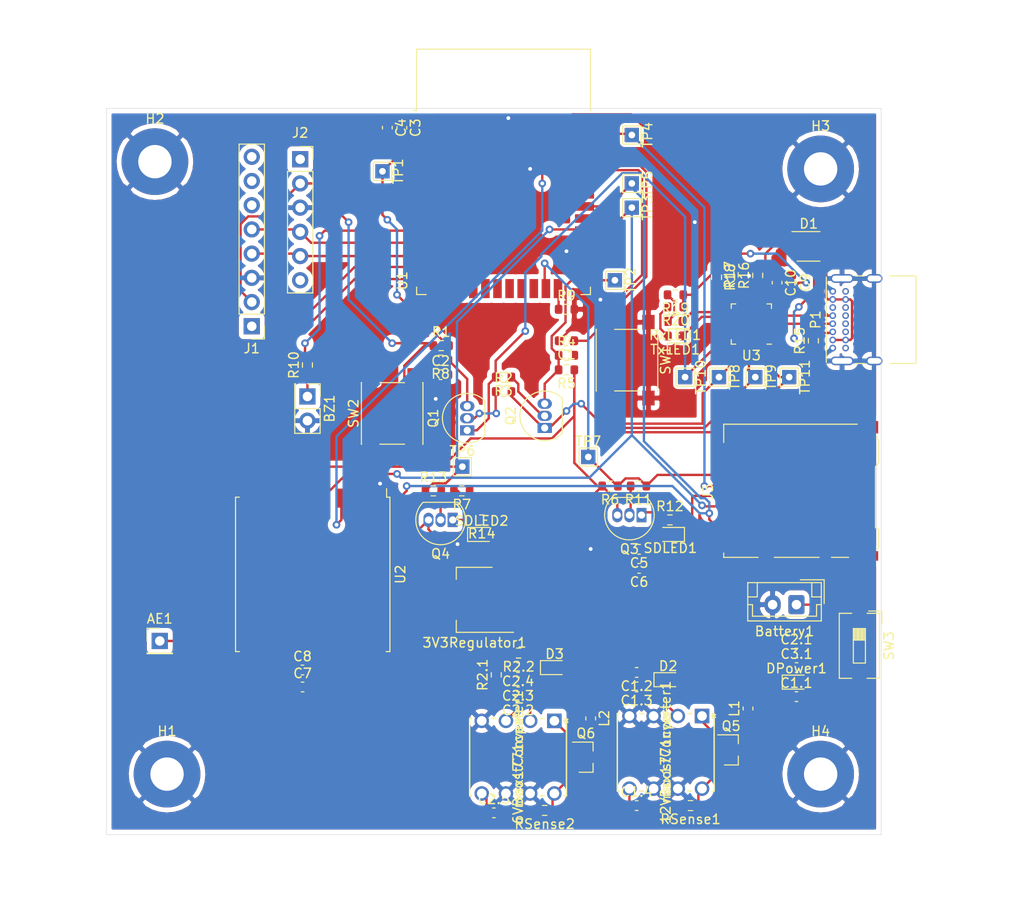
<source format=kicad_pcb>
(kicad_pcb (version 20171130) (host pcbnew "(5.1.9)-1")
  (layers (0 F.Cu signal) (31 B.Cu signal) (34 B.Paste user) (35 F.Paste user) (36 B.SilkS user) (37 F.SilkS user) (38 B.Mask user) (39 F.Mask user) (44 Edge.Cuts user))
  (net 0 "")
  (net 1 "Net-(12VBoostConverter1-Pad8)")
  (net 2 GND)
  (net 3 "Net-(12VBoostConverter1-Pad5)")
  (net 4 +12V)
  (net 5 "Net-(12VBoostConverter1-Pad1)")
  (net 6 "Net-(3V3Regulator1-Pad1)")
  (net 7 +3V3)
  (net 8 "Net-(6VBoostConverter1-Pad8)")
  (net 9 "Net-(6VBoostConverter1-Pad5)")
  (net 10 "Net-(6VBoostConverter1-Pad3)")
  (net 11 +6V)
  (net 12 "Net-(6VBoostConverter1-Pad1)")
  (net 13 "Net-(AE1-Pad1)")
  (net 14 "Net-(Battery1-Pad1)")
  (net 15 "Net-(BZ1-Pad1)")
  (net 16 "Net-(C1-Pad1)")
  (net 17 "Net-(C2-Pad1)")
  (net 18 /usb/VBUS)
  (net 19 /usb/D-)
  (net 20 /usb/D+)
  (net 21 "Net-(D2-Pad2)")
  (net 22 "Net-(D3-Pad2)")
  (net 23 "Net-(DPower1-Pad2)")
  (net 24 "Net-(J1-Pad8)")
  (net 25 "Net-(J1-Pad7)")
  (net 26 "Net-(J1-Pad6)")
  (net 27 /SDA)
  (net 28 /SCL)
  (net 29 "Net-(J1-Pad1)")
  (net 30 "Net-(J2-Pad6)")
  (net 31 "Net-(J2-Pad1)")
  (net 32 /MISO)
  (net 33 /SCLK)
  (net 34 /MOSI)
  (net 35 /SDCS)
  (net 36 "Net-(J3-Pad1)")
  (net 37 "Net-(J3-Pad8)")
  (net 38 "Net-(P1-PadB5)")
  (net 39 "Net-(P1-PadA5)")
  (net 40 /USB_RTS)
  (net 41 /EN)
  (net 42 "Net-(Q1-Pad2)")
  (net 43 /USB_DTR)
  (net 44 /IO0)
  (net 45 "Net-(Q2-Pad2)")
  (net 46 "Net-(Q3-Pad1)")
  (net 47 "Net-(Q3-Pad2)")
  (net 48 "Net-(Q4-Pad1)")
  (net 49 "Net-(Q4-Pad2)")
  (net 50 /RadioCS)
  (net 51 "Net-(R9-Pad1)")
  (net 52 /Buzzer)
  (net 53 "Net-(R12-Pad1)")
  (net 54 "Net-(R14-Pad1)")
  (net 55 "Net-(R16-Pad2)")
  (net 56 "Net-(R18-Pad2)")
  (net 57 "Net-(R19-Pad2)")
  (net 58 "Net-(R20-Pad2)")
  (net 59 "Net-(RxLED1-Pad1)")
  (net 60 /SerialTx)
  (net 61 /SerialRx)
  (net 62 "Net-(TxLED1-Pad1)")
  (net 63 "Net-(U1-Pad36)")
  (net 64 "Net-(U1-Pad33)")
  (net 65 "Net-(U1-Pad32)")
  (net 66 "Net-(U1-Pad28)")
  (net 67 "Net-(U1-Pad27)")
  (net 68 "Net-(U1-Pad26)")
  (net 69 "Net-(U1-Pad22)")
  (net 70 "Net-(U1-Pad21)")
  (net 71 "Net-(U1-Pad20)")
  (net 72 "Net-(U1-Pad19)")
  (net 73 "Net-(U1-Pad18)")
  (net 74 "Net-(U1-Pad17)")
  (net 75 "Net-(U1-Pad16)")
  (net 76 /RadioDone)
  (net 77 /RadioReset)
  (net 78 "Net-(U1-Pad9)")
  (net 79 "Net-(U1-Pad8)")
  (net 80 "Net-(U1-Pad7)")
  (net 81 "Net-(U1-Pad6)")
  (net 82 "Net-(U1-Pad5)")
  (net 83 "Net-(U1-Pad4)")
  (net 84 "Net-(U2-Pad16)")
  (net 85 "Net-(U2-Pad15)")
  (net 86 "Net-(U2-Pad12)")
  (net 87 "Net-(U2-Pad11)")
  (net 88 "Net-(U2-Pad7)")
  (net 89 "Net-(U3-Pad24)")
  (net 90 "Net-(U3-Pad22)")
  (net 91 "Net-(U3-Pad18)")
  (net 92 "Net-(U3-Pad17)")
  (net 93 "Net-(U3-Pad16)")
  (net 94 "Net-(U3-Pad15)")
  (net 95 "Net-(U3-Pad12)")
  (net 96 "Net-(U3-Pad11)")
  (net 97 "Net-(U3-Pad10)")
  (net 98 "Net-(U3-Pad1)")
  (module Capacitor_SMD:C_0603_1608Metric (layer F.Cu) (at 198.12 84.3618 180)
    (fp_text reference C5 (at 0 -1.43) (layer F.SilkS))
    (fp_text value 0.1uF)
    (pad 2 smd roundrect (at 0.775 0 180) (size 0.9 0.95) (layers F.Cu F.Paste F.Mask) (net 2 GND))
    (pad 1 smd roundrect (at -0.775 0 180) (size 0.9 0.95) (layers F.Cu F.Paste F.Mask) (net 7 +3V3))
  )
  (module Capacitor_SMD:C_0603_1608Metric (layer F.Cu) (at 198.12 86.36 180)
    (fp_text reference C6 (at 0 -1.43) (layer F.SilkS))
    (fp_text value 10uF)
    (pad 2 smd roundrect (at 0.775 0 180) (size 0.9 0.95) (layers F.Cu F.Paste F.Mask) (net 2 GND))
    (pad 1 smd roundrect (at -0.775 0 180) (size 0.9 0.95) (layers F.Cu F.Paste F.Mask) (net 7 +3V3))
  )
  (module Connector_PinSocket_2.54mm:PinSocket_1x06_P2.54mm_Vertical (layer F.Cu) (at 162.56 43.434)
    (fp_text reference J2 (at 0 -2.77) (layer F.SilkS))
    (fp_text value BNO055)
    (pad 6 thru_hole oval (at 0 12.7) (size 1.7 1.7) (drill 1) (layers *.Cu *.Mask) (net 30 "Net-(J2-Pad6)"))
    (pad 5 thru_hole oval (at 0 10.16) (size 1.7 1.7) (drill 1) (layers *.Cu *.Mask) (net 28 /SCL))
    (pad 4 thru_hole oval (at 0 7.62) (size 1.7 1.7) (drill 1) (layers *.Cu *.Mask) (net 27 /SDA))
    (pad 3 thru_hole oval (at 0 5.08) (size 1.7 1.7) (drill 1) (layers *.Cu *.Mask) (net 2 GND))
    (pad 2 thru_hole oval (at 0 2.54) (size 1.7 1.7) (drill 1) (layers *.Cu *.Mask) (net 7 +3V3))
    (pad 1 thru_hole rect (at 0 0) (size 1.7 1.7) (drill 1) (layers *.Cu *.Mask) (net 31 "Net-(J2-Pad1)"))
  )
  (module Connector_PinHeader_2.54mm:PinHeader_1x08_P2.54mm_Vertical (layer F.Cu) (at 157.48 60.96 180)
    (fp_text reference J1 (at 0 -2.33) (layer F.SilkS))
    (fp_text value BMP388)
    (pad 8 thru_hole oval (at 0 17.78 180) (size 1.7 1.7) (drill 1) (layers *.Cu *.Mask) (net 24 "Net-(J1-Pad8)"))
    (pad 7 thru_hole oval (at 0 15.24 180) (size 1.7 1.7) (drill 1) (layers *.Cu *.Mask) (net 25 "Net-(J1-Pad7)"))
    (pad 6 thru_hole oval (at 0 12.7 180) (size 1.7 1.7) (drill 1) (layers *.Cu *.Mask) (net 26 "Net-(J1-Pad6)"))
    (pad 5 thru_hole oval (at 0 10.16 180) (size 1.7 1.7) (drill 1) (layers *.Cu *.Mask) (net 27 /SDA))
    (pad 4 thru_hole oval (at 0 7.62 180) (size 1.7 1.7) (drill 1) (layers *.Cu *.Mask) (net 28 /SCL))
    (pad 3 thru_hole oval (at 0 5.08 180) (size 1.7 1.7) (drill 1) (layers *.Cu *.Mask) (net 2 GND))
    (pad 2 thru_hole oval (at 0 2.54 180) (size 1.7 1.7) (drill 1) (layers *.Cu *.Mask) (net 7 +3V3))
    (pad 1 thru_hole rect (at 0 0 180) (size 1.7 1.7) (drill 1) (layers *.Cu *.Mask) (net 29 "Net-(J1-Pad1)"))
  )
  (module TestPoint:TestPoint_THTPad_1.5x1.5mm_Drill0.7mm (layer F.Cu) (at 213.868 66.294 270)
    (fp_text reference TP11 (at 0 -1.648 90) (layer F.SilkS))
    (fp_text value TestPoint)
    (pad 1 thru_hole rect (at 0 0 270) (size 1.5 1.5) (drill 0.7) (layers *.Cu *.Mask) (net 43 /USB_DTR))
  )
  (module TestPoint:TestPoint_THTPad_1.5x1.5mm_Drill0.7mm (layer F.Cu) (at 202.946 66.294 270)
    (fp_text reference TP10 (at 0 -1.648 90) (layer F.SilkS))
    (fp_text value TestPoint)
    (pad 1 thru_hole rect (at 0 0 270) (size 1.5 1.5) (drill 0.7) (layers *.Cu *.Mask) (net 40 /USB_RTS))
  )
  (module TestPoint:TestPoint_THTPad_1.5x1.5mm_Drill0.7mm (layer F.Cu) (at 210.312 66.294 270)
    (fp_text reference TP9 (at 0 -1.648 90) (layer F.SilkS))
    (fp_text value TestPoint)
    (pad 1 thru_hole rect (at 0 0 270) (size 1.5 1.5) (drill 0.7) (layers *.Cu *.Mask) (net 61 /SerialRx))
  )
  (module TestPoint:TestPoint_THTPad_1.5x1.5mm_Drill0.7mm (layer F.Cu) (at 206.502 66.294 270)
    (fp_text reference TP8 (at 0 -1.648 90) (layer F.SilkS))
    (fp_text value TestPoint)
    (pad 1 thru_hole rect (at 0 0 270) (size 1.5 1.5) (drill 0.7) (layers *.Cu *.Mask) (net 60 /SerialTx))
  )
  (module TestPoint:TestPoint_THTPad_1.5x1.5mm_Drill0.7mm (layer F.Cu) (at 192.786 74.676)
    (fp_text reference TP7 (at 0 -1.648) (layer F.SilkS))
    (fp_text value TestPoint)
    (pad 1 thru_hole rect (at 0 0) (size 1.5 1.5) (drill 0.7) (layers *.Cu *.Mask) (net 35 /SDCS))
  )
  (module TestPoint:TestPoint_THTPad_1.5x1.5mm_Drill0.7mm (layer F.Cu) (at 179.578 75.692)
    (fp_text reference TP6 (at 0 -1.648) (layer F.SilkS))
    (fp_text value TestPoint)
    (pad 1 thru_hole rect (at 0 0) (size 1.5 1.5) (drill 0.7) (layers *.Cu *.Mask) (net 50 /RadioCS))
  )
  (module TestPoint:TestPoint_THTPad_1.5x1.5mm_Drill0.7mm (layer F.Cu) (at 197.358 45.974 270)
    (fp_text reference TP5 (at 0 -1.648 90) (layer F.SilkS))
    (fp_text value TestPoint)
    (pad 1 thru_hole rect (at 0 0 270) (size 1.5 1.5) (drill 0.7) (layers *.Cu *.Mask) (net 32 /MISO))
  )
  (module TestPoint:TestPoint_THTPad_1.5x1.5mm_Drill0.7mm (layer F.Cu) (at 197.358 40.894 270)
    (fp_text reference TP4 (at 0 -1.648 90) (layer F.SilkS))
    (fp_text value TestPoint)
    (pad 1 thru_hole rect (at 0 0 270) (size 1.5 1.5) (drill 0.7) (layers *.Cu *.Mask) (net 34 /MOSI))
  )
  (module TestPoint:TestPoint_THTPad_1.5x1.5mm_Drill0.7mm (layer F.Cu) (at 197.358 48.514 270)
    (fp_text reference TP3 (at 0 -1.648 90) (layer F.SilkS))
    (fp_text value TestPoint)
    (pad 1 thru_hole rect (at 0 0 270) (size 1.5 1.5) (drill 0.7) (layers *.Cu *.Mask) (net 33 /SCLK))
  )
  (module TestPoint:TestPoint_THTPad_1.5x1.5mm_Drill0.7mm (layer F.Cu) (at 195.58 56.134 270)
    (fp_text reference TP2 (at 0 -1.648 90) (layer F.SilkS))
    (fp_text value TestPoint)
    (pad 1 thru_hole rect (at 0 0 270) (size 1.5 1.5) (drill 0.7) (layers *.Cu *.Mask) (net 44 /IO0))
  )
  (module TestPoint:TestPoint_THTPad_1.5x1.5mm_Drill0.7mm (layer F.Cu) (at 171.196 44.704 270)
    (fp_text reference TP1 (at 0 -1.648 90) (layer F.SilkS))
    (fp_text value TestPoint)
    (pad 1 thru_hole rect (at 0 0 270) (size 1.5 1.5) (drill 0.7) (layers *.Cu *.Mask) (net 41 /EN))
  )
  (module MountingHole:MountingHole_3.5mm_Pad_TopBottom (layer F.Cu) (at 217.17 107.95)
    (fp_text reference H4 (at 0 -4.5) (layer F.SilkS))
    (fp_text value MountingHole_Pad)
    (pad 1 connect circle (at 0 0) (size 7 7) (layers B.Cu B.Mask) (net 2 GND))
    (pad 1 connect circle (at 0 0) (size 7 7) (layers F.Cu F.Mask) (net 2 GND))
    (pad 1 thru_hole circle (at 0 0) (size 3.9 3.9) (drill 3.5) (layers *.Cu *.Mask) (net 2 GND))
  )
  (module MountingHole:MountingHole_3.5mm_Pad_TopBottom (layer F.Cu) (at 217.17 44.45)
    (fp_text reference H3 (at 0 -4.5) (layer F.SilkS))
    (fp_text value MountingHole_Pad)
    (pad 1 connect circle (at 0 0) (size 7 7) (layers B.Cu B.Mask) (net 2 GND))
    (pad 1 connect circle (at 0 0) (size 7 7) (layers F.Cu F.Mask) (net 2 GND))
    (pad 1 thru_hole circle (at 0 0) (size 3.9 3.9) (drill 3.5) (layers *.Cu *.Mask) (net 2 GND))
  )
  (module MountingHole:MountingHole_3.5mm_Pad_TopBottom (layer F.Cu) (at 147.32 43.688)
    (fp_text reference H2 (at 0 -4.5) (layer F.SilkS))
    (fp_text value MountingHole_Pad)
    (pad 1 connect circle (at 0 0) (size 7 7) (layers B.Cu B.Mask) (net 2 GND))
    (pad 1 connect circle (at 0 0) (size 7 7) (layers F.Cu F.Mask) (net 2 GND))
    (pad 1 thru_hole circle (at 0 0) (size 3.9 3.9) (drill 3.5) (layers *.Cu *.Mask) (net 2 GND))
  )
  (module MountingHole:MountingHole_3.5mm_Pad_TopBottom (layer F.Cu) (at 148.59 107.95)
    (fp_text reference H1 (at 0 -4.5) (layer F.SilkS))
    (fp_text value MountingHole_Pad)
    (pad 1 connect circle (at 0 0) (size 7 7) (layers B.Cu B.Mask) (net 2 GND))
    (pad 1 connect circle (at 0 0) (size 7 7) (layers F.Cu F.Mask) (net 2 GND))
    (pad 1 thru_hole circle (at 0 0) (size 3.9 3.9) (drill 3.5) (layers *.Cu *.Mask) (net 2 GND))
  )
  (module Connector_PinHeader_2.54mm:PinHeader_1x01_P2.54mm_Vertical (layer F.Cu) (at 147.828 93.98)
    (fp_text reference AE1 (at 0 -2.33) (layer F.SilkS))
    (fp_text value Antenna)
    (pad 1 thru_hole rect (at 0 0) (size 1.7 1.7) (drill 1) (layers *.Cu *.Mask) (net 13 "Net-(AE1-Pad1)"))
  )
  (module Package_DFN_QFN:QFN-24-1EP_4x4mm_P0.5mm_EP2.6x2.6mm (layer F.Cu) (at 209.8985 60.726 180)
    (fp_text reference U3 (at 0 -3.3) (layer F.SilkS))
    (fp_text value CP2102N-A01-GQFN24)
    (pad 25 smd rect (at 0 0 180) (size 2.6 2.6) (layers F.Cu F.Mask) (net 2 GND))
    (pad 24 smd roundrect (at -1.25 -1.9375 180) (size 0.25 0.825) (layers F.Cu F.Paste F.Mask) (net 89 "Net-(U3-Pad24)"))
    (pad 23 smd roundrect (at -0.75 -1.9375 180) (size 0.25 0.825) (layers F.Cu F.Paste F.Mask) (net 43 /USB_DTR))
    (pad 22 smd roundrect (at -0.25 -1.9375 180) (size 0.25 0.825) (layers F.Cu F.Paste F.Mask) (net 90 "Net-(U3-Pad22)"))
    (pad 21 smd roundrect (at 0.25 -1.9375 180) (size 0.25 0.825) (layers F.Cu F.Paste F.Mask) (net 61 /SerialRx))
    (pad 20 smd roundrect (at 0.75 -1.9375 180) (size 0.25 0.825) (layers F.Cu F.Paste F.Mask) (net 60 /SerialTx))
    (pad 19 smd roundrect (at 1.25 -1.9375 180) (size 0.25 0.825) (layers F.Cu F.Paste F.Mask) (net 40 /USB_RTS))
    (pad 18 smd roundrect (at 1.9375 -1.25 180) (size 0.825 0.25) (layers F.Cu F.Paste F.Mask) (net 91 "Net-(U3-Pad18)"))
    (pad 17 smd roundrect (at 1.9375 -0.75 180) (size 0.825 0.25) (layers F.Cu F.Paste F.Mask) (net 92 "Net-(U3-Pad17)"))
    (pad 16 smd roundrect (at 1.9375 -0.25 180) (size 0.825 0.25) (layers F.Cu F.Paste F.Mask) (net 93 "Net-(U3-Pad16)"))
    (pad 15 smd roundrect (at 1.9375 0.25 180) (size 0.825 0.25) (layers F.Cu F.Paste F.Mask) (net 94 "Net-(U3-Pad15)"))
    (pad 14 smd roundrect (at 1.9375 0.75 180) (size 0.825 0.25) (layers F.Cu F.Paste F.Mask) (net 62 "Net-(TxLED1-Pad1)"))
    (pad 13 smd roundrect (at 1.9375 1.25 180) (size 0.825 0.25) (layers F.Cu F.Paste F.Mask) (net 59 "Net-(RxLED1-Pad1)"))
    (pad 12 smd roundrect (at 1.25 1.9375 180) (size 0.25 0.825) (layers F.Cu F.Paste F.Mask) (net 95 "Net-(U3-Pad12)"))
    (pad 11 smd roundrect (at 0.75 1.9375 180) (size 0.25 0.825) (layers F.Cu F.Paste F.Mask) (net 96 "Net-(U3-Pad11)"))
    (pad 10 smd roundrect (at 0.25 1.9375 180) (size 0.25 0.825) (layers F.Cu F.Paste F.Mask) (net 97 "Net-(U3-Pad10)"))
    (pad 9 smd roundrect (at -0.25 1.9375 180) (size 0.25 0.825) (layers F.Cu F.Paste F.Mask) (net 56 "Net-(R18-Pad2)"))
    (pad 8 smd roundrect (at -0.75 1.9375 180) (size 0.25 0.825) (layers F.Cu F.Paste F.Mask) (net 55 "Net-(R16-Pad2)"))
    (pad 7 smd roundrect (at -1.25 1.9375 180) (size 0.25 0.825) (layers F.Cu F.Paste F.Mask) (net 18 /usb/VBUS))
    (pad 6 smd roundrect (at -1.9375 1.25 180) (size 0.825 0.25) (layers F.Cu F.Paste F.Mask) (net 7 +3V3))
    (pad 5 smd roundrect (at -1.9375 0.75 180) (size 0.825 0.25) (layers F.Cu F.Paste F.Mask) (net 7 +3V3))
    (pad 4 smd roundrect (at -1.9375 0.25 180) (size 0.825 0.25) (layers F.Cu F.Paste F.Mask) (net 19 /usb/D-))
    (pad 3 smd roundrect (at -1.9375 -0.25 180) (size 0.825 0.25) (layers F.Cu F.Paste F.Mask) (net 20 /usb/D+))
    (pad 2 smd roundrect (at -1.9375 -0.75 180) (size 0.825 0.25) (layers F.Cu F.Paste F.Mask) (net 2 GND))
    (pad 1 smd roundrect (at -1.9375 -1.25 180) (size 0.825 0.25) (layers F.Cu F.Paste F.Mask) (net 98 "Net-(U3-Pad1)"))
  )
  (module RF_Module:HOPERF_RFM9XW_SMD (layer F.Cu) (at 163.878 86.994 270)
    (fp_text reference U2 (at 0 -9.2 90) (layer F.SilkS))
    (fp_text value RFM95W-868S2)
    (pad 16 smd rect (at 8 -7 270) (size 2 1) (layers F.Cu F.Paste F.Mask) (net 84 "Net-(U2-Pad16)"))
    (pad 15 smd rect (at 8 -5 270) (size 2 1) (layers F.Cu F.Paste F.Mask) (net 85 "Net-(U2-Pad15)"))
    (pad 14 smd rect (at 8 -3 270) (size 2 1) (layers F.Cu F.Paste F.Mask) (net 76 /RadioDone))
    (pad 13 smd rect (at 8 -1 270) (size 2 1) (layers F.Cu F.Paste F.Mask) (net 7 +3V3))
    (pad 12 smd rect (at 8 1 270) (size 2 1) (layers F.Cu F.Paste F.Mask) (net 86 "Net-(U2-Pad12)"))
    (pad 11 smd rect (at 8 3 270) (size 2 1) (layers F.Cu F.Paste F.Mask) (net 87 "Net-(U2-Pad11)"))
    (pad 10 smd rect (at 8 5 270) (size 2 1) (layers F.Cu F.Paste F.Mask) (net 2 GND))
    (pad 9 smd rect (at 8 7 270) (size 2 1) (layers F.Cu F.Paste F.Mask) (net 13 "Net-(AE1-Pad1)"))
    (pad 8 smd rect (at -8 7 270) (size 2 1) (layers F.Cu F.Paste F.Mask) (net 2 GND))
    (pad 7 smd rect (at -8 5 270) (size 2 1) (layers F.Cu F.Paste F.Mask) (net 88 "Net-(U2-Pad7)"))
    (pad 6 smd rect (at -8 3 270) (size 2 1) (layers F.Cu F.Paste F.Mask) (net 77 /RadioReset))
    (pad 5 smd rect (at -8 1 270) (size 2 1) (layers F.Cu F.Paste F.Mask) (net 50 /RadioCS))
    (pad 4 smd rect (at -8 -1 270) (size 2 1) (layers F.Cu F.Paste F.Mask) (net 33 /SCLK))
    (pad 3 smd rect (at -8 -3 270) (size 2 1) (layers F.Cu F.Paste F.Mask) (net 34 /MOSI))
    (pad 2 smd rect (at -8 -5 270) (size 2 1) (layers F.Cu F.Paste F.Mask) (net 32 /MISO))
    (pad 1 smd rect (at -8 -7 270) (size 2 1) (layers F.Cu F.Paste F.Mask) (net 2 GND))
  )
  (module RF_Module:ESP32-WROOM-32 (layer F.Cu) (at 183.896 47.752)
    (fp_text reference U1 (at -10.61 8.43 90) (layer F.SilkS))
    (fp_text value ESP32-WROOM-32)
    (pad 38 smd rect (at 8.5 -8.255) (size 2 0.9) (layers F.Cu F.Paste F.Mask) (net 2 GND))
    (pad 37 smd rect (at 8.5 -6.985) (size 2 0.9) (layers F.Cu F.Paste F.Mask) (net 34 /MOSI))
    (pad 36 smd rect (at 8.5 -5.715) (size 2 0.9) (layers F.Cu F.Paste F.Mask) (net 63 "Net-(U1-Pad36)"))
    (pad 35 smd rect (at 8.5 -4.445) (size 2 0.9) (layers F.Cu F.Paste F.Mask) (net 60 /SerialTx))
    (pad 34 smd rect (at 8.5 -3.175) (size 2 0.9) (layers F.Cu F.Paste F.Mask) (net 61 /SerialRx))
    (pad 33 smd rect (at 8.5 -1.905) (size 2 0.9) (layers F.Cu F.Paste F.Mask) (net 64 "Net-(U1-Pad33)"))
    (pad 32 smd rect (at 8.5 -0.635) (size 2 0.9) (layers F.Cu F.Paste F.Mask) (net 65 "Net-(U1-Pad32)"))
    (pad 31 smd rect (at 8.5 0.635) (size 2 0.9) (layers F.Cu F.Paste F.Mask) (net 32 /MISO))
    (pad 30 smd rect (at 8.5 1.905) (size 2 0.9) (layers F.Cu F.Paste F.Mask) (net 33 /SCLK))
    (pad 29 smd rect (at 8.5 3.175) (size 2 0.9) (layers F.Cu F.Paste F.Mask) (net 50 /RadioCS))
    (pad 28 smd rect (at 8.5 4.445) (size 2 0.9) (layers F.Cu F.Paste F.Mask) (net 66 "Net-(U1-Pad28)"))
    (pad 27 smd rect (at 8.5 5.715) (size 2 0.9) (layers F.Cu F.Paste F.Mask) (net 67 "Net-(U1-Pad27)"))
    (pad 26 smd rect (at 8.5 6.985) (size 2 0.9) (layers F.Cu F.Paste F.Mask) (net 68 "Net-(U1-Pad26)"))
    (pad 25 smd rect (at 8.5 8.255) (size 2 0.9) (layers F.Cu F.Paste F.Mask) (net 44 /IO0))
    (pad 24 smd rect (at 5.715 9.255 90) (size 2 0.9) (layers F.Cu F.Paste F.Mask) (net 51 "Net-(R9-Pad1)"))
    (pad 23 smd rect (at 4.445 9.255 90) (size 2 0.9) (layers F.Cu F.Paste F.Mask) (net 35 /SDCS))
    (pad 22 smd rect (at 3.175 9.255 90) (size 2 0.9) (layers F.Cu F.Paste F.Mask) (net 69 "Net-(U1-Pad22)"))
    (pad 21 smd rect (at 1.905 9.255 90) (size 2 0.9) (layers F.Cu F.Paste F.Mask) (net 70 "Net-(U1-Pad21)"))
    (pad 20 smd rect (at 0.635 9.255 90) (size 2 0.9) (layers F.Cu F.Paste F.Mask) (net 71 "Net-(U1-Pad20)"))
    (pad 19 smd rect (at -0.635 9.255 90) (size 2 0.9) (layers F.Cu F.Paste F.Mask) (net 72 "Net-(U1-Pad19)"))
    (pad 18 smd rect (at -1.905 9.255 90) (size 2 0.9) (layers F.Cu F.Paste F.Mask) (net 73 "Net-(U1-Pad18)"))
    (pad 17 smd rect (at -3.175 9.255 90) (size 2 0.9) (layers F.Cu F.Paste F.Mask) (net 74 "Net-(U1-Pad17)"))
    (pad 16 smd rect (at -4.445 9.255 90) (size 2 0.9) (layers F.Cu F.Paste F.Mask) (net 75 "Net-(U1-Pad16)"))
    (pad 15 smd rect (at -5.715 9.255 90) (size 2 0.9) (layers F.Cu F.Paste F.Mask) (net 2 GND))
    (pad 14 smd rect (at -8.5 8.255) (size 2 0.9) (layers F.Cu F.Paste F.Mask) (net 76 /RadioDone))
    (pad 13 smd rect (at -8.5 6.985) (size 2 0.9) (layers F.Cu F.Paste F.Mask) (net 77 /RadioReset))
    (pad 12 smd rect (at -8.5 5.715) (size 2 0.9) (layers F.Cu F.Paste F.Mask) (net 28 /SCL))
    (pad 11 smd rect (at -8.5 4.445) (size 2 0.9) (layers F.Cu F.Paste F.Mask) (net 27 /SDA))
    (pad 10 smd rect (at -8.5 3.175) (size 2 0.9) (layers F.Cu F.Paste F.Mask) (net 52 /Buzzer))
    (pad 9 smd rect (at -8.5 1.905) (size 2 0.9) (layers F.Cu F.Paste F.Mask) (net 78 "Net-(U1-Pad9)"))
    (pad 8 smd rect (at -8.5 0.635) (size 2 0.9) (layers F.Cu F.Paste F.Mask) (net 79 "Net-(U1-Pad8)"))
    (pad 7 smd rect (at -8.5 -0.635) (size 2 0.9) (layers F.Cu F.Paste F.Mask) (net 80 "Net-(U1-Pad7)"))
    (pad 6 smd rect (at -8.5 -1.905) (size 2 0.9) (layers F.Cu F.Paste F.Mask) (net 81 "Net-(U1-Pad6)"))
    (pad 5 smd rect (at -8.5 -3.175) (size 2 0.9) (layers F.Cu F.Paste F.Mask) (net 82 "Net-(U1-Pad5)"))
    (pad 4 smd rect (at -8.5 -4.445) (size 2 0.9) (layers F.Cu F.Paste F.Mask) (net 83 "Net-(U1-Pad4)"))
    (pad 3 smd rect (at -8.5 -5.715) (size 2 0.9) (layers F.Cu F.Paste F.Mask) (net 41 /EN))
    (pad 2 smd rect (at -8.5 -6.985) (size 2 0.9) (layers F.Cu F.Paste F.Mask) (net 7 +3V3))
    (pad 1 smd rect (at -8.5 -8.255) (size 2 0.9) (layers F.Cu F.Paste F.Mask) (net 2 GND))
    (pad 39 smd rect (at -1 -0.755) (size 5 5) (layers F.Cu F.Paste F.Mask) (net 2 GND))
  )
  (module LED_SMD:LED_0603_1608Metric (layer F.Cu) (at 201.9045 61.976 180)
    (fp_text reference TxLED1 (at 0 -1.43) (layer F.SilkS))
    (fp_text value LED)
    (pad 2 smd roundrect (at 0.7875 0 180) (size 0.875 0.95) (layers F.Cu F.Paste F.Mask) (net 58 "Net-(R20-Pad2)"))
    (pad 1 smd roundrect (at -0.7875 0 180) (size 0.875 0.95) (layers F.Cu F.Paste F.Mask) (net 62 "Net-(TxLED1-Pad1)"))
  )
  (module Button_Switch_SMD:SW_DIP_SPSTx01_Slide_6.7x4.1mm_W6.73mm_P2.54mm_LowProfile_JPin (layer F.Cu) (at 221.234 94.488 270)
    (fp_text reference SW3 (at 0 -3.11 90) (layer F.SilkS))
    (fp_text value SW_SPST)
    (pad 2 smd rect (at 3.365 0 270) (size 2.16 1.12) (layers F.Cu F.Paste F.Mask) (net 23 "Net-(DPower1-Pad2)"))
    (pad 1 smd rect (at -3.365 0 270) (size 2.16 1.12) (layers F.Cu F.Paste F.Mask) (net 14 "Net-(Battery1-Pad1)"))
  )
  (module Button_Switch_SMD:SW_Push_1P1T_NO_6x6mm_H9.5mm (layer F.Cu) (at 172.212 70.104 90)
    (fp_text reference SW2 (at 0 -4.05 90) (layer F.SilkS))
    (fp_text value SW_Push)
    (pad 2 smd rect (at 3.975 2.25 90) (size 1.55 1.3) (layers F.Cu F.Paste F.Mask) (net 17 "Net-(C2-Pad1)"))
    (pad 1 smd rect (at 3.975 -2.25 90) (size 1.55 1.3) (layers F.Cu F.Paste F.Mask) (net 2 GND))
    (pad 1 smd rect (at -3.975 -2.25 90) (size 1.55 1.3) (layers F.Cu F.Paste F.Mask) (net 2 GND))
    (pad 2 smd rect (at -3.975 2.25 90) (size 1.55 1.3) (layers F.Cu F.Paste F.Mask) (net 17 "Net-(C2-Pad1)"))
  )
  (module Button_Switch_SMD:SW_Push_1P1T_NO_6x6mm_H9.5mm (layer F.Cu) (at 196.85 64.516 270)
    (fp_text reference SW1 (at 0 -4.05 90) (layer F.SilkS))
    (fp_text value SW_Push)
    (pad 2 smd rect (at 3.975 2.25 270) (size 1.55 1.3) (layers F.Cu F.Paste F.Mask) (net 16 "Net-(C1-Pad1)"))
    (pad 1 smd rect (at 3.975 -2.25 270) (size 1.55 1.3) (layers F.Cu F.Paste F.Mask) (net 2 GND))
    (pad 1 smd rect (at -3.975 -2.25 270) (size 1.55 1.3) (layers F.Cu F.Paste F.Mask) (net 2 GND))
    (pad 2 smd rect (at -3.975 2.25 270) (size 1.55 1.3) (layers F.Cu F.Paste F.Mask) (net 16 "Net-(C1-Pad1)"))
  )
  (module LED_SMD:LED_0603_1608Metric (layer F.Cu) (at 181.61 82.804)
    (fp_text reference SDLED2 (at 0 -1.43) (layer F.SilkS))
    (fp_text value LED)
    (pad 2 smd roundrect (at 0.7875 0) (size 0.875 0.95) (layers F.Cu F.Paste F.Mask) (net 54 "Net-(R14-Pad1)"))
    (pad 1 smd roundrect (at -0.7875 0) (size 0.875 0.95) (layers F.Cu F.Paste F.Mask) (net 2 GND))
  )
  (module LED_SMD:LED_0603_1608Metric (layer F.Cu) (at 201.3965 82.804 180)
    (fp_text reference SDLED1 (at 0 -1.43) (layer F.SilkS))
    (fp_text value LED)
    (pad 2 smd roundrect (at 0.7875 0 180) (size 0.875 0.95) (layers F.Cu F.Paste F.Mask) (net 53 "Net-(R12-Pad1)"))
    (pad 1 smd roundrect (at -0.7875 0 180) (size 0.875 0.95) (layers F.Cu F.Paste F.Mask) (net 2 GND))
  )
  (module LED_SMD:LED_0603_1608Metric (layer F.Cu) (at 201.9045 60.452 180)
    (fp_text reference RxLED1 (at 0 -1.43) (layer F.SilkS))
    (fp_text value LED)
    (pad 2 smd roundrect (at 0.7875 0 180) (size 0.875 0.95) (layers F.Cu F.Paste F.Mask) (net 57 "Net-(R19-Pad2)"))
    (pad 1 smd roundrect (at -0.7875 0 180) (size 0.875 0.95) (layers F.Cu F.Paste F.Mask) (net 59 "Net-(RxLED1-Pad1)"))
  )
  (module Resistor_SMD:R_0603_1608Metric (layer F.Cu) (at 188.214 111.76 180)
    (fp_text reference RSense2 (at 0 -1.43) (layer F.SilkS))
    (fp_text value 30m)
    (pad 2 smd roundrect (at 0.825 0 180) (size 0.8 0.95) (layers F.Cu F.Paste F.Mask) (net 2 GND))
    (pad 1 smd roundrect (at -0.825 0 180) (size 0.8 0.95) (layers F.Cu F.Paste F.Mask) (net 8 "Net-(6VBoostConverter1-Pad8)"))
  )
  (module Resistor_SMD:R_0603_1608Metric (layer F.Cu) (at 203.517 111.252 180)
    (fp_text reference RSense1 (at 0 -1.43) (layer F.SilkS))
    (fp_text value 30m)
    (pad 2 smd roundrect (at 0.825 0 180) (size 0.8 0.95) (layers F.Cu F.Paste F.Mask) (net 2 GND))
    (pad 1 smd roundrect (at -0.825 0 180) (size 0.8 0.95) (layers F.Cu F.Paste F.Mask) (net 1 "Net-(12VBoostConverter1-Pad8)"))
  )
  (module Resistor_SMD:R_0603_1608Metric (layer F.Cu) (at 201.93 58.928 180)
    (fp_text reference R20 (at 0 -1.43) (layer F.SilkS))
    (fp_text value 1k)
    (pad 2 smd roundrect (at 0.825 0 180) (size 0.8 0.95) (layers F.Cu F.Paste F.Mask) (net 58 "Net-(R20-Pad2)"))
    (pad 1 smd roundrect (at -0.825 0 180) (size 0.8 0.95) (layers F.Cu F.Paste F.Mask) (net 7 +3V3))
  )
  (module Resistor_SMD:R_0603_1608Metric (layer F.Cu) (at 201.93 57.658 180)
    (fp_text reference R19 (at 0 -1.43) (layer F.SilkS))
    (fp_text value 1k)
    (pad 2 smd roundrect (at 0.825 0 180) (size 0.8 0.95) (layers F.Cu F.Paste F.Mask) (net 57 "Net-(R19-Pad2)"))
    (pad 1 smd roundrect (at -0.825 0 180) (size 0.8 0.95) (layers F.Cu F.Paste F.Mask) (net 7 +3V3))
  )
  (module Resistor_SMD:R_0603_1608Metric (layer F.Cu) (at 206.248 55.817 270)
    (fp_text reference R18 (at 0 -1.43 90) (layer F.SilkS))
    (fp_text value 1k)
    (pad 2 smd roundrect (at 0.825 0 270) (size 0.8 0.95) (layers F.Cu F.Paste F.Mask) (net 56 "Net-(R18-Pad2)"))
    (pad 1 smd roundrect (at -0.825 0 270) (size 0.8 0.95) (layers F.Cu F.Paste F.Mask) (net 7 +3V3))
  )
  (module Resistor_SMD:R_0603_1608Metric (layer F.Cu) (at 209.042 55.563 90)
    (fp_text reference R17 (at 0 -1.43 90) (layer F.SilkS))
    (fp_text value 47.5k)
    (pad 2 smd roundrect (at 0.825 0 90) (size 0.8 0.95) (layers F.Cu F.Paste F.Mask) (net 55 "Net-(R16-Pad2)"))
    (pad 1 smd roundrect (at -0.825 0 90) (size 0.8 0.95) (layers F.Cu F.Paste F.Mask) (net 2 GND))
  )
  (module Resistor_SMD:R_0603_1608Metric (layer F.Cu) (at 210.566 55.626 90)
    (fp_text reference R16 (at 0 -1.43 90) (layer F.SilkS))
    (fp_text value 22.1k)
    (pad 2 smd roundrect (at 0.825 0 90) (size 0.8 0.95) (layers F.Cu F.Paste F.Mask) (net 55 "Net-(R16-Pad2)"))
    (pad 1 smd roundrect (at -0.825 0 90) (size 0.8 0.95) (layers F.Cu F.Paste F.Mask) (net 18 /usb/VBUS))
  )
  (module Resistor_SMD:R_0603_1608Metric (layer F.Cu) (at 216.408 62.484 90)
    (fp_text reference R15 (at 0 -1.43 90) (layer F.SilkS))
    (fp_text value 5.1k)
    (pad 2 smd roundrect (at 0.825 0 90) (size 0.8 0.95) (layers F.Cu F.Paste F.Mask) (net 39 "Net-(P1-PadA5)"))
    (pad 1 smd roundrect (at -0.825 0 90) (size 0.8 0.95) (layers F.Cu F.Paste F.Mask) (net 2 GND))
  )
  (module Resistor_SMD:R_0603_1608Metric (layer F.Cu) (at 181.61 81.28 180)
    (fp_text reference R14 (at 0 -1.43) (layer F.SilkS))
    (fp_text value 1k)
    (pad 2 smd roundrect (at 0.825 0 180) (size 0.8 0.95) (layers F.Cu F.Paste F.Mask) (net 48 "Net-(Q4-Pad1)"))
    (pad 1 smd roundrect (at -0.825 0 180) (size 0.8 0.95) (layers F.Cu F.Paste F.Mask) (net 54 "Net-(R14-Pad1)"))
  )
  (module Resistor_SMD:R_0603_1608Metric (layer F.Cu) (at 176.53 78.232)
    (fp_text reference R13 (at 0 -1.43) (layer F.SilkS))
    (fp_text value 12k)
    (pad 2 smd roundrect (at 0.825 0) (size 0.8 0.95) (layers F.Cu F.Paste F.Mask) (net 49 "Net-(Q4-Pad2)"))
    (pad 1 smd roundrect (at -0.825 0) (size 0.8 0.95) (layers F.Cu F.Paste F.Mask) (net 50 /RadioCS))
  )
  (module Resistor_SMD:R_0603_1608Metric (layer F.Cu) (at 201.359 81.28)
    (fp_text reference R12 (at 0 -1.43) (layer F.SilkS))
    (fp_text value 1k)
    (pad 2 smd roundrect (at 0.825 0) (size 0.8 0.95) (layers F.Cu F.Paste F.Mask) (net 46 "Net-(Q3-Pad1)"))
    (pad 1 smd roundrect (at -0.825 0) (size 0.8 0.95) (layers F.Cu F.Paste F.Mask) (net 53 "Net-(R12-Pad1)"))
  )
  (module Resistor_SMD:R_0603_1608Metric (layer F.Cu) (at 198.057 77.724 180)
    (fp_text reference R11 (at 0 -1.43) (layer F.SilkS))
    (fp_text value 12k)
    (pad 2 smd roundrect (at 0.825 0 180) (size 0.8 0.95) (layers F.Cu F.Paste F.Mask) (net 47 "Net-(Q3-Pad2)"))
    (pad 1 smd roundrect (at -0.825 0 180) (size 0.8 0.95) (layers F.Cu F.Paste F.Mask) (net 35 /SDCS))
  )
  (module Resistor_SMD:R_0603_1608Metric (layer F.Cu) (at 163.322 65.024 90)
    (fp_text reference R10 (at 0 -1.43 90) (layer F.SilkS))
    (fp_text value R_Small)
    (pad 2 smd roundrect (at 0.825 0 90) (size 0.8 0.95) (layers F.Cu F.Paste F.Mask) (net 52 /Buzzer))
    (pad 1 smd roundrect (at -0.825 0 90) (size 0.8 0.95) (layers F.Cu F.Paste F.Mask) (net 15 "Net-(BZ1-Pad1)"))
  )
  (module Resistor_SMD:R_0603_1608Metric (layer F.Cu) (at 190.5 59.182)
    (fp_text reference R9 (at 0 -1.43) (layer F.SilkS))
    (fp_text value 5k)
    (pad 2 smd roundrect (at 0.825 0) (size 0.8 0.95) (layers F.Cu F.Paste F.Mask) (net 2 GND))
    (pad 1 smd roundrect (at -0.825 0) (size 0.8 0.95) (layers F.Cu F.Paste F.Mask) (net 51 "Net-(R9-Pad1)"))
  )
  (module Resistor_SMD:R_0603_1608Metric (layer F.Cu) (at 177.292 64.516 180)
    (fp_text reference R8 (at 0 -1.43) (layer F.SilkS))
    (fp_text value 470)
    (pad 2 smd roundrect (at 0.825 0 180) (size 0.8 0.95) (layers F.Cu F.Paste F.Mask) (net 17 "Net-(C2-Pad1)"))
    (pad 1 smd roundrect (at -0.825 0 180) (size 0.8 0.95) (layers F.Cu F.Paste F.Mask) (net 41 /EN))
  )
  (module Resistor_SMD:R_0603_1608Metric (layer F.Cu) (at 179.515 78.232 180)
    (fp_text reference R7 (at 0 -1.43) (layer F.SilkS))
    (fp_text value 10k)
    (pad 2 smd roundrect (at 0.825 0 180) (size 0.8 0.95) (layers F.Cu F.Paste F.Mask) (net 7 +3V3))
    (pad 1 smd roundrect (at -0.825 0 180) (size 0.8 0.95) (layers F.Cu F.Paste F.Mask) (net 50 /RadioCS))
  )
  (module Resistor_SMD:R_0603_1608Metric (layer F.Cu) (at 195.072 77.724 180)
    (fp_text reference R6 (at 0 -1.43) (layer F.SilkS))
    (fp_text value 10k)
    (pad 2 smd roundrect (at 0.825 0 180) (size 0.8 0.95) (layers F.Cu F.Paste F.Mask) (net 7 +3V3))
    (pad 1 smd roundrect (at -0.825 0 180) (size 0.8 0.95) (layers F.Cu F.Paste F.Mask) (net 35 /SDCS))
  )
  (module Resistor_SMD:R_0603_1608Metric (layer F.Cu) (at 190.5 65.532 180)
    (fp_text reference R5 (at 0 -1.43) (layer F.SilkS))
    (fp_text value 5k)
    (pad 2 smd roundrect (at 0.825 0 180) (size 0.8 0.95) (layers F.Cu F.Paste F.Mask) (net 44 /IO0))
    (pad 1 smd roundrect (at -0.825 0 180) (size 0.8 0.95) (layers F.Cu F.Paste F.Mask) (net 7 +3V3))
  )
  (module Resistor_SMD:R_0603_1608Metric (layer F.Cu) (at 190.5 64.008)
    (fp_text reference R4 (at 0 -1.43) (layer F.SilkS))
    (fp_text value 470)
    (pad 2 smd roundrect (at 0.825 0) (size 0.8 0.95) (layers F.Cu F.Paste F.Mask) (net 16 "Net-(C1-Pad1)"))
    (pad 1 smd roundrect (at -0.825 0) (size 0.8 0.95) (layers F.Cu F.Paste F.Mask) (net 44 /IO0))
  )
  (module Resistor_SMD:R_0603_1608Metric (layer F.Cu) (at 183.896 66.294 180)
    (fp_text reference R3 (at 0 -1.43) (layer F.SilkS))
    (fp_text value 1k)
    (pad 2 smd roundrect (at 0.825 0 180) (size 0.8 0.95) (layers F.Cu F.Paste F.Mask) (net 40 /USB_RTS))
    (pad 1 smd roundrect (at -0.825 0 180) (size 0.8 0.95) (layers F.Cu F.Paste F.Mask) (net 45 "Net-(Q2-Pad2)"))
  )
  (module Resistor_SMD:R_0603_1608Metric (layer F.Cu) (at 185.483 95.25 180)
    (fp_text reference R2.2 (at 0 -1.43) (layer F.SilkS))
    (fp_text value 150k)
    (pad 2 smd roundrect (at 0.825 0 180) (size 0.8 0.95) (layers F.Cu F.Paste F.Mask) (net 10 "Net-(6VBoostConverter1-Pad3)"))
    (pad 1 smd roundrect (at -0.825 0 180) (size 0.8 0.95) (layers F.Cu F.Paste F.Mask) (net 11 +6V))
  )
  (module Resistor_SMD:R_0603_1608Metric (layer F.Cu) (at 183.134 97.536 90)
    (fp_text reference R2.1 (at 0 -1.43 90) (layer F.SilkS))
    (fp_text value 50k)
    (pad 2 smd roundrect (at 0.825 0 90) (size 0.8 0.95) (layers F.Cu F.Paste F.Mask) (net 10 "Net-(6VBoostConverter1-Pad3)"))
    (pad 1 smd roundrect (at -0.825 0 90) (size 0.8 0.95) (layers F.Cu F.Paste F.Mask) (net 2 GND))
  )
  (module Resistor_SMD:R_0603_1608Metric (layer F.Cu) (at 183.896 67.818)
    (fp_text reference R2 (at 0 -1.43) (layer F.SilkS))
    (fp_text value 1k)
    (pad 2 smd roundrect (at 0.825 0) (size 0.8 0.95) (layers F.Cu F.Paste F.Mask) (net 43 /USB_DTR))
    (pad 1 smd roundrect (at -0.825 0) (size 0.8 0.95) (layers F.Cu F.Paste F.Mask) (net 42 "Net-(Q1-Pad2)"))
  )
  (module Resistor_SMD:R_0603_1608Metric (layer F.Cu) (at 177.355 62.992)
    (fp_text reference R1 (at 0 -1.43) (layer F.SilkS))
    (fp_text value 12k)
    (pad 2 smd roundrect (at 0.825 0) (size 0.8 0.95) (layers F.Cu F.Paste F.Mask) (net 41 /EN))
    (pad 1 smd roundrect (at -0.825 0) (size 0.8 0.95) (layers F.Cu F.Paste F.Mask) (net 7 +3V3))
  )
  (module Package_TO_SOT_SMD:SOT-23 (layer F.Cu) (at 192.532 106.172)
    (fp_text reference Q6 (at 0 -2.5) (layer F.SilkS))
    (fp_text value MMBT3904)
    (pad 3 smd rect (at 1 0) (size 0.9 0.8) (layers F.Cu F.Paste F.Mask) (net 22 "Net-(D3-Pad2)"))
    (pad 2 smd rect (at -1 0.95) (size 0.9 0.8) (layers F.Cu F.Paste F.Mask) (net 8 "Net-(6VBoostConverter1-Pad8)"))
    (pad 1 smd rect (at -1 -0.95) (size 0.9 0.8) (layers F.Cu F.Paste F.Mask) (net 12 "Net-(6VBoostConverter1-Pad1)"))
  )
  (module Package_TO_SOT_SMD:SOT-23 (layer F.Cu) (at 207.772 105.41)
    (fp_text reference Q5 (at 0 -2.5) (layer F.SilkS))
    (fp_text value MMBT3904)
    (pad 3 smd rect (at 1 0) (size 0.9 0.8) (layers F.Cu F.Paste F.Mask) (net 21 "Net-(D2-Pad2)"))
    (pad 2 smd rect (at -1 0.95) (size 0.9 0.8) (layers F.Cu F.Paste F.Mask) (net 1 "Net-(12VBoostConverter1-Pad8)"))
    (pad 1 smd rect (at -1 -0.95) (size 0.9 0.8) (layers F.Cu F.Paste F.Mask) (net 5 "Net-(12VBoostConverter1-Pad1)"))
  )
  (module Package_TO_SOT_THT:TO-92_Inline (layer F.Cu) (at 178.562 81.28 180)
    (fp_text reference Q4 (at 1.27 -3.56) (layer F.SilkS))
    (fp_text value S8550)
    (pad 1 thru_hole rect (at 0 0 180) (size 1.05 1.5) (drill 0.75) (layers *.Cu *.Mask) (net 48 "Net-(Q4-Pad1)"))
    (pad 3 thru_hole oval (at 2.54 0 180) (size 1.05 1.5) (drill 0.75) (layers *.Cu *.Mask) (net 7 +3V3))
    (pad 2 thru_hole oval (at 1.27 0 180) (size 1.05 1.5) (drill 0.75) (layers *.Cu *.Mask) (net 49 "Net-(Q4-Pad2)"))
  )
  (module Package_TO_SOT_THT:TO-92_Inline (layer F.Cu) (at 198.374 80.772 180)
    (fp_text reference Q3 (at 1.27 -3.56) (layer F.SilkS))
    (fp_text value S8550)
    (pad 1 thru_hole rect (at 0 0 180) (size 1.05 1.5) (drill 0.75) (layers *.Cu *.Mask) (net 46 "Net-(Q3-Pad1)"))
    (pad 3 thru_hole oval (at 2.54 0 180) (size 1.05 1.5) (drill 0.75) (layers *.Cu *.Mask) (net 7 +3V3))
    (pad 2 thru_hole oval (at 1.27 0 180) (size 1.05 1.5) (drill 0.75) (layers *.Cu *.Mask) (net 47 "Net-(Q3-Pad2)"))
  )
  (module Package_TO_SOT_THT:TO-92_Inline (layer F.Cu) (at 188.214 71.628 90)
    (fp_text reference Q2 (at 1.27 -3.56 90) (layer F.SilkS))
    (fp_text value S8050)
    (pad 1 thru_hole rect (at 0 0 90) (size 1.05 1.5) (drill 0.75) (layers *.Cu *.Mask) (net 43 /USB_DTR))
    (pad 3 thru_hole oval (at 2.54 0 90) (size 1.05 1.5) (drill 0.75) (layers *.Cu *.Mask) (net 44 /IO0))
    (pad 2 thru_hole oval (at 1.27 0 90) (size 1.05 1.5) (drill 0.75) (layers *.Cu *.Mask) (net 45 "Net-(Q2-Pad2)"))
  )
  (module Package_TO_SOT_THT:TO-92_Inline (layer F.Cu) (at 180.086 71.882 90)
    (fp_text reference Q1 (at 1.27 -3.56 90) (layer F.SilkS))
    (fp_text value S8050)
    (pad 1 thru_hole rect (at 0 0 90) (size 1.05 1.5) (drill 0.75) (layers *.Cu *.Mask) (net 40 /USB_RTS))
    (pad 3 thru_hole oval (at 2.54 0 90) (size 1.05 1.5) (drill 0.75) (layers *.Cu *.Mask) (net 41 /EN))
    (pad 2 thru_hole oval (at 1.27 0 90) (size 1.05 1.5) (drill 0.75) (layers *.Cu *.Mask) (net 42 "Net-(Q1-Pad2)"))
  )
  (module Connector_USB:USB_C_Receptacle_GCT_USB4085 (layer F.Cu) (at 218.44 63.246 90)
    (fp_text reference P1 (at 2.975 -1.8 90) (layer F.SilkS))
    (fp_text value USB_C_Plug_USB2.0)
    (pad S1 thru_hole oval (at 7.3 4.36 90) (size 0.9 1.7) (drill oval 0.6 1.4) (layers *.Cu *.Mask) (net 2 GND))
    (pad S1 thru_hole oval (at -1.35 4.36 90) (size 0.9 1.7) (drill oval 0.6 1.4) (layers *.Cu *.Mask) (net 2 GND))
    (pad S1 thru_hole oval (at 7.3 0.98 90) (size 0.9 2.4) (drill oval 0.6 2.1) (layers *.Cu *.Mask) (net 2 GND))
    (pad S1 thru_hole oval (at -1.35 0.98 90) (size 0.9 2.4) (drill oval 0.6 2.1) (layers *.Cu *.Mask) (net 2 GND))
    (pad B6 thru_hole circle (at 3.4 1.35 90) (size 0.7 0.7) (drill 0.4) (layers *.Cu *.Mask))
    (pad B1 thru_hole circle (at 5.95 1.35 90) (size 0.7 0.7) (drill 0.4) (layers *.Cu *.Mask) (net 2 GND))
    (pad B4 thru_hole circle (at 5.1 1.35 90) (size 0.7 0.7) (drill 0.4) (layers *.Cu *.Mask) (net 18 /usb/VBUS))
    (pad B5 thru_hole circle (at 4.25 1.35 90) (size 0.7 0.7) (drill 0.4) (layers *.Cu *.Mask) (net 38 "Net-(P1-PadB5)"))
    (pad B12 thru_hole circle (at 0 1.35 90) (size 0.7 0.7) (drill 0.4) (layers *.Cu *.Mask) (net 2 GND))
    (pad B8 thru_hole circle (at 1.7 1.35 90) (size 0.7 0.7) (drill 0.4) (layers *.Cu *.Mask))
    (pad B7 thru_hole circle (at 2.55 1.35 90) (size 0.7 0.7) (drill 0.4) (layers *.Cu *.Mask))
    (pad B9 thru_hole circle (at 0.85 1.35 90) (size 0.7 0.7) (drill 0.4) (layers *.Cu *.Mask) (net 18 /usb/VBUS))
    (pad A12 thru_hole circle (at 5.95 0 90) (size 0.7 0.7) (drill 0.4) (layers *.Cu *.Mask) (net 2 GND))
    (pad A9 thru_hole circle (at 5.1 0 90) (size 0.7 0.7) (drill 0.4) (layers *.Cu *.Mask) (net 18 /usb/VBUS))
    (pad A8 thru_hole circle (at 4.25 0 90) (size 0.7 0.7) (drill 0.4) (layers *.Cu *.Mask))
    (pad A7 thru_hole circle (at 3.4 0 90) (size 0.7 0.7) (drill 0.4) (layers *.Cu *.Mask) (net 19 /usb/D-))
    (pad A6 thru_hole circle (at 2.55 0 90) (size 0.7 0.7) (drill 0.4) (layers *.Cu *.Mask) (net 20 /usb/D+))
    (pad A5 thru_hole circle (at 1.7 0 90) (size 0.7 0.7) (drill 0.4) (layers *.Cu *.Mask) (net 39 "Net-(P1-PadA5)"))
    (pad A4 thru_hole circle (at 0.85 0 90) (size 0.7 0.7) (drill 0.4) (layers *.Cu *.Mask) (net 18 /usb/VBUS))
    (pad A1 thru_hole circle (at 0 0 90) (size 0.7 0.7) (drill 0.4) (layers *.Cu *.Mask) (net 2 GND))
  )
  (module Inductor_SMD:L_0603_1608Metric (layer F.Cu) (at 193.04 102.108 270)
    (fp_text reference L2 (at 0 -1.43 90) (layer F.SilkS))
    (fp_text value 22uH)
    (pad 2 smd roundrect (at 0.7875 0 270) (size 0.875 0.95) (layers F.Cu F.Paste F.Mask) (net 22 "Net-(D3-Pad2)"))
    (pad 1 smd roundrect (at -0.7875 0 270) (size 0.875 0.95) (layers F.Cu F.Paste F.Mask) (net 6 "Net-(3V3Regulator1-Pad1)"))
  )
  (module Inductor_SMD:L_0603_1608Metric (layer F.Cu) (at 209.55 101.0665 90)
    (fp_text reference L1 (at 0 -1.43 90) (layer F.SilkS))
    (fp_text value 22uH)
    (pad 2 smd roundrect (at 0.7875 0 90) (size 0.875 0.95) (layers F.Cu F.Paste F.Mask) (net 21 "Net-(D2-Pad2)"))
    (pad 1 smd roundrect (at -0.7875 0 90) (size 0.875 0.95) (layers F.Cu F.Paste F.Mask) (net 6 "Net-(3V3Regulator1-Pad1)"))
  )
  (module Connector_Card:microSD_HC_Hirose_DM3AT-SF-PEJM5 (layer F.Cu) (at 214.884 78.232 90)
    (fp_text reference J3 (at -0.075 -9.525 90) (layer F.SilkS))
    (fp_text value Micro_SD_Card)
    (pad 11 smd rect (at 6.675 7.375 90) (size 1.3 1.9) (layers F.Cu F.Paste F.Mask))
    (pad 11 smd rect (at -6.825 6.925 90) (size 1 2.8) (layers F.Cu F.Paste F.Mask))
    (pad 10 smd rect (at -6.825 2.775 90) (size 1 0.8) (layers F.Cu F.Paste F.Mask))
    (pad 11 smd rect (at -6.825 -3.425 90) (size 1 1.2) (layers F.Cu F.Paste F.Mask))
    (pad 11 smd rect (at 4.325 -7.725 90) (size 1 1.2) (layers F.Cu F.Paste F.Mask))
    (pad 7 smd rect (at -3.825 -7.725 90) (size 0.7 1.2) (layers F.Cu F.Paste F.Mask) (net 32 /MISO))
    (pad 6 smd rect (at -2.725 -7.725 90) (size 0.7 1.2) (layers F.Cu F.Paste F.Mask) (net 2 GND))
    (pad 5 smd rect (at -1.625 -7.725 90) (size 0.7 1.2) (layers F.Cu F.Paste F.Mask) (net 33 /SCLK))
    (pad 4 smd rect (at -0.525 -7.725 90) (size 0.7 1.2) (layers F.Cu F.Paste F.Mask) (net 7 +3V3))
    (pad 3 smd rect (at 0.575 -7.725 90) (size 0.7 1.2) (layers F.Cu F.Paste F.Mask) (net 34 /MOSI))
    (pad 2 smd rect (at 1.675 -7.725 90) (size 0.7 1.2) (layers F.Cu F.Paste F.Mask) (net 35 /SDCS))
    (pad 1 smd rect (at 2.775 -7.725 90) (size 0.7 1.2) (layers F.Cu F.Paste F.Mask) (net 36 "Net-(J3-Pad1)"))
    (pad 8 smd rect (at -4.925 -7.725 90) (size 0.7 1.2) (layers F.Cu F.Paste F.Mask) (net 37 "Net-(J3-Pad8)"))
    (pad 9 smd rect (at -5.875 -7.725 90) (size 0.7 1.2) (layers F.Cu F.Paste F.Mask) (net 2 GND))
  )
  (module Diode_SMD:D_0603_1608Metric (layer F.Cu) (at 214.63 98.298)
    (fp_text reference DPower1 (at 0 -1.43) (layer F.SilkS))
    (fp_text value D)
    (pad 2 smd roundrect (at 0.7875 0) (size 0.875 0.95) (layers F.Cu F.Paste F.Mask) (net 23 "Net-(DPower1-Pad2)"))
    (pad 1 smd roundrect (at -0.7875 0) (size 0.875 0.95) (layers F.Cu F.Paste F.Mask) (net 6 "Net-(3V3Regulator1-Pad1)"))
  )
  (module Diode_SMD:D_0603_1608Metric (layer F.Cu) (at 189.2555 96.774)
    (fp_text reference D3 (at 0 -1.43) (layer F.SilkS))
    (fp_text value D_Schottky)
    (pad 2 smd roundrect (at 0.7875 0) (size 0.875 0.95) (layers F.Cu F.Paste F.Mask) (net 22 "Net-(D3-Pad2)"))
    (pad 1 smd roundrect (at -0.7875 0) (size 0.875 0.95) (layers F.Cu F.Paste F.Mask) (net 11 +6V))
  )
  (module Diode_SMD:D_0603_1608Metric (layer F.Cu) (at 201.168 98.044)
    (fp_text reference D2 (at 0 -1.43) (layer F.SilkS))
    (fp_text value D_Schottky)
    (pad 2 smd roundrect (at 0.7875 0) (size 0.875 0.95) (layers F.Cu F.Paste F.Mask) (net 21 "Net-(D2-Pad2)"))
    (pad 1 smd roundrect (at -0.7875 0) (size 0.875 0.95) (layers F.Cu F.Paste F.Mask) (net 4 +12V))
  )
  (module Package_TO_SOT_SMD:SOT-143 (layer F.Cu) (at 215.9 52.578)
    (fp_text reference D1 (at 0.02 -2.38) (layer F.SilkS))
    (fp_text value SP0503BAHT)
    (pad 4 smd rect (at 1.1 -0.95 270) (size 1 1.4) (layers F.Cu F.Paste F.Mask) (net 18 /usb/VBUS))
    (pad 3 smd rect (at 1.1 0.95 270) (size 1 1.4) (layers F.Cu F.Paste F.Mask) (net 19 /usb/D-))
    (pad 2 smd rect (at -1.1 0.95 270) (size 1 1.4) (layers F.Cu F.Paste F.Mask) (net 20 /usb/D+))
    (pad 1 smd rect (at -1.1 -0.77 270) (size 1.2 1.4) (layers F.Cu F.Paste F.Mask) (net 2 GND))
  )
  (module Capacitor_SMD:C_0603_1608Metric (layer F.Cu) (at 212.598 56.388 270)
    (fp_text reference C10 (at 0 -1.43 90) (layer F.SilkS))
    (fp_text value 0.1uF)
    (pad 2 smd roundrect (at 0.775 0 270) (size 0.9 0.95) (layers F.Cu F.Paste F.Mask) (net 7 +3V3))
    (pad 1 smd roundrect (at -0.775 0 270) (size 0.9 0.95) (layers F.Cu F.Paste F.Mask) (net 2 GND))
  )
  (module Capacitor_SMD:C_0603_1608Metric (layer F.Cu) (at 214.122 56.375 270)
    (fp_text reference C9 (at 0 -1.43 90) (layer F.SilkS))
    (fp_text value 4.7uF)
    (pad 2 smd roundrect (at 0.775 0 270) (size 0.9 0.95) (layers F.Cu F.Paste F.Mask) (net 7 +3V3))
    (pad 1 smd roundrect (at -0.775 0 270) (size 0.9 0.95) (layers F.Cu F.Paste F.Mask) (net 2 GND))
  )
  (module Capacitor_SMD:C_0603_1608Metric (layer F.Cu) (at 162.801 97.028)
    (fp_text reference C8 (at 0 -1.43) (layer F.SilkS))
    (fp_text value 0.1nF)
    (pad 2 smd roundrect (at 0.775 0) (size 0.9 0.95) (layers F.Cu F.Paste F.Mask) (net 7 +3V3))
    (pad 1 smd roundrect (at -0.775 0) (size 0.9 0.95) (layers F.Cu F.Paste F.Mask) (net 2 GND))
  )
  (module Capacitor_SMD:C_0603_1608Metric (layer F.Cu) (at 162.814 98.806)
    (fp_text reference C7 (at 0 -1.43) (layer F.SilkS))
    (fp_text value 10nF)
    (pad 2 smd roundrect (at 0.775 0) (size 0.9 0.95) (layers F.Cu F.Paste F.Mask) (net 7 +3V3))
    (pad 1 smd roundrect (at -0.775 0) (size 0.9 0.95) (layers F.Cu F.Paste F.Mask) (net 2 GND))
  )
  (module Capacitor_SMD:C_0603_1608Metric (layer F.Cu) (at 171.704 40.119 270)
    (fp_text reference C4 (at 0 -1.43 90) (layer F.SilkS))
    (fp_text value 0.1uF)
    (pad 2 smd roundrect (at 0.775 0 270) (size 0.9 0.95) (layers F.Cu F.Paste F.Mask) (net 7 +3V3))
    (pad 1 smd roundrect (at -0.775 0 270) (size 0.9 0.95) (layers F.Cu F.Paste F.Mask) (net 2 GND))
  )
  (module Capacitor_SMD:C_0603_1608Metric (layer F.Cu) (at 173.228 40.132 270)
    (fp_text reference C3 (at 0 -1.43 90) (layer F.SilkS))
    (fp_text value 10uF)
    (pad 2 smd roundrect (at 0.775 0 270) (size 0.9 0.95) (layers F.Cu F.Paste F.Mask) (net 7 +3V3))
    (pad 1 smd roundrect (at -0.775 0 270) (size 0.9 0.95) (layers F.Cu F.Paste F.Mask) (net 2 GND))
  )
  (module Capacitor_SMD:C_0603_1608Metric (layer F.Cu) (at 214.643 96.774)
    (fp_text reference C3.1 (at 0 -1.43) (layer F.SilkS))
    (fp_text value 68uF)
    (pad 2 smd roundrect (at 0.775 0) (size 0.9 0.95) (layers F.Cu F.Paste F.Mask) (net 2 GND))
    (pad 1 smd roundrect (at -0.775 0) (size 0.9 0.95) (layers F.Cu F.Paste F.Mask) (net 6 "Net-(3V3Regulator1-Pad1)"))
  )
  (module Capacitor_SMD:C_0603_1608Metric (layer F.Cu) (at 182.88 112.014)
    (fp_text reference C2.5 (at 0 -1.43) (layer F.SilkS))
    (fp_text value 0.1uF)
    (pad 2 smd roundrect (at 0.775 0) (size 0.9 0.95) (layers F.Cu F.Paste F.Mask) (net 2 GND))
    (pad 1 smd roundrect (at -0.775 0) (size 0.9 0.95) (layers F.Cu F.Paste F.Mask) (net 9 "Net-(6VBoostConverter1-Pad5)"))
  )
  (module Capacitor_SMD:C_0603_1608Metric (layer F.Cu) (at 185.42 96.774 180)
    (fp_text reference C2.4 (at 0 -1.43) (layer F.SilkS))
    (fp_text value 100pF)
    (pad 2 smd roundrect (at 0.775 0 180) (size 0.9 0.95) (layers F.Cu F.Paste F.Mask) (net 10 "Net-(6VBoostConverter1-Pad3)"))
    (pad 1 smd roundrect (at -0.775 0 180) (size 0.9 0.95) (layers F.Cu F.Paste F.Mask) (net 11 +6V))
  )
  (module Capacitor_SMD:C_0603_1608Metric (layer F.Cu) (at 185.42 98.298 180)
    (fp_text reference C2.3 (at 0 -1.43) (layer F.SilkS))
    (fp_text value 0.1uF)
    (pad 2 smd roundrect (at 0.775 0 180) (size 0.9 0.95) (layers F.Cu F.Paste F.Mask) (net 2 GND))
    (pad 1 smd roundrect (at -0.775 0 180) (size 0.9 0.95) (layers F.Cu F.Paste F.Mask) (net 11 +6V))
  )
  (module Capacitor_SMD:C_0603_1608Metric (layer F.Cu) (at 177.292 66.04)
    (fp_text reference C2 (at 0 -1.43) (layer F.SilkS))
    (fp_text value 1uF)
    (pad 2 smd roundrect (at 0.775 0) (size 0.9 0.95) (layers F.Cu F.Paste F.Mask) (net 2 GND))
    (pad 1 smd roundrect (at -0.775 0) (size 0.9 0.95) (layers F.Cu F.Paste F.Mask) (net 17 "Net-(C2-Pad1)"))
  )
  (module Capacitor_SMD:C_0603_1608Metric (layer F.Cu) (at 214.63 95.25)
    (fp_text reference C2.1 (at 0 -1.43) (layer F.SilkS))
    (fp_text value 68uF)
    (pad 2 smd roundrect (at 0.775 0) (size 0.9 0.95) (layers F.Cu F.Paste F.Mask) (net 2 GND))
    (pad 1 smd roundrect (at -0.775 0) (size 0.9 0.95) (layers F.Cu F.Paste F.Mask) (net 6 "Net-(3V3Regulator1-Pad1)"))
  )
  (module Capacitor_SMD:C_0603_1608Metric (layer F.Cu) (at 185.42 99.822 180)
    (fp_text reference C2.2 (at 0 -1.43) (layer F.SilkS))
    (fp_text value 300uF)
    (pad 2 smd roundrect (at 0.775 0 180) (size 0.9 0.95) (layers F.Cu F.Paste F.Mask) (net 2 GND))
    (pad 1 smd roundrect (at -0.775 0 180) (size 0.9 0.95) (layers F.Cu F.Paste F.Mask) (net 11 +6V))
  )
  (module Capacitor_SMD:C_0603_1608Metric (layer F.Cu) (at 197.866 111.252)
    (fp_text reference C1.4 (at 0 -1.43) (layer F.SilkS))
    (fp_text value 0.1uF)
    (pad 2 smd roundrect (at 0.775 0) (size 0.9 0.95) (layers F.Cu F.Paste F.Mask) (net 2 GND))
    (pad 1 smd roundrect (at -0.775 0) (size 0.9 0.95) (layers F.Cu F.Paste F.Mask) (net 3 "Net-(12VBoostConverter1-Pad5)"))
  )
  (module Capacitor_SMD:C_0603_1608Metric (layer F.Cu) (at 197.866 97.282 180)
    (fp_text reference C1.2 (at 0 -1.43) (layer F.SilkS))
    (fp_text value 300uF)
    (pad 2 smd roundrect (at 0.775 0 180) (size 0.9 0.95) (layers F.Cu F.Paste F.Mask) (net 2 GND))
    (pad 1 smd roundrect (at -0.775 0 180) (size 0.9 0.95) (layers F.Cu F.Paste F.Mask) (net 4 +12V))
  )
  (module Capacitor_SMD:C_0603_1608Metric (layer F.Cu) (at 190.5 62.484 180)
    (fp_text reference C1 (at 0 -1.43) (layer F.SilkS))
    (fp_text value 1nF)
    (pad 2 smd roundrect (at 0.775 0 180) (size 0.9 0.95) (layers F.Cu F.Paste F.Mask) (net 2 GND))
    (pad 1 smd roundrect (at -0.775 0 180) (size 0.9 0.95) (layers F.Cu F.Paste F.Mask) (net 16 "Net-(C1-Pad1)"))
  )
  (module Capacitor_SMD:C_0603_1608Metric (layer F.Cu) (at 214.63 99.822)
    (fp_text reference C1.1 (at 0 -1.43) (layer F.SilkS))
    (fp_text value 68uF)
    (pad 2 smd roundrect (at 0.775 0) (size 0.9 0.95) (layers F.Cu F.Paste F.Mask) (net 2 GND))
    (pad 1 smd roundrect (at -0.775 0) (size 0.9 0.95) (layers F.Cu F.Paste F.Mask) (net 6 "Net-(3V3Regulator1-Pad1)"))
  )
  (module Capacitor_SMD:C_0603_1608Metric (layer F.Cu) (at 197.866 98.806 180)
    (fp_text reference C1.3 (at 0 -1.43) (layer F.SilkS))
    (fp_text value 0.1uF)
    (pad 2 smd roundrect (at 0.775 0 180) (size 0.9 0.95) (layers F.Cu F.Paste F.Mask) (net 2 GND))
    (pad 1 smd roundrect (at -0.775 0 180) (size 0.9 0.95) (layers F.Cu F.Paste F.Mask) (net 4 +12V))
  )
  (module Connector_PinHeader_2.54mm:PinHeader_2x01_P2.54mm_Vertical (layer F.Cu) (at 163.322 68.326 270)
    (fp_text reference BZ1 (at 1.27 -2.33 90) (layer F.SilkS))
    (fp_text value Buzzer)
    (pad 2 thru_hole oval (at 2.54 0 270) (size 1.7 1.7) (drill 1) (layers *.Cu *.Mask) (net 2 GND))
    (pad 1 thru_hole rect (at 0 0 270) (size 1.7 1.7) (drill 1) (layers *.Cu *.Mask) (net 15 "Net-(BZ1-Pad1)"))
  )
  (module Connector_JST:JST_EH_B2B-EH-A_1x02_P2.50mm_Vertical (layer F.Cu) (at 214.63 90.17 180)
    (fp_text reference Battery1 (at 1.25 -2.8) (layer F.SilkS))
    (fp_text value Conn_01x02_Male)
    (pad 2 thru_hole oval (at 2.5 0 180) (size 1.7 2) (drill 1) (layers *.Cu *.Mask) (net 2 GND))
    (pad 1 thru_hole roundrect (at 0 0 180) (size 1.7 2) (drill 1) (layers *.Cu *.Mask) (roundrect_rratio 0.147059) (net 14 "Net-(Battery1-Pad1)"))
  )
  (module footprints:max1771cpa&plus_ (layer F.Cu) (at 189.23 102.362 270)
    (fp_text reference 6VBoostConverter1 (at 3.81 3.81 90) (layer F.SilkS))
    (fp_text value max1771cpa+ (at 3.81 3.81 90) (layer F.SilkS))
    (fp_text user * (at 0 -1.524 90) (layer F.SilkS))
    (fp_text user * (at 0 -1.524 90) (layer F.SilkS))
    (pad 8 thru_hole circle (at 7.62 0 270) (size 1.524 1.524) (drill 1.016) (layers *.Cu *.Mask) (net 8 "Net-(6VBoostConverter1-Pad8)"))
    (pad 7 thru_hole circle (at 7.62 2.54 270) (size 1.524 1.524) (drill 1.016) (layers *.Cu *.Mask) (net 2 GND))
    (pad 6 thru_hole circle (at 7.62 5.08 270) (size 1.524 1.524) (drill 1.016) (layers *.Cu *.Mask) (net 2 GND))
    (pad 5 thru_hole circle (at 7.62 7.62 270) (size 1.524 1.524) (drill 1.016) (layers *.Cu *.Mask) (net 9 "Net-(6VBoostConverter1-Pad5)"))
    (pad 4 thru_hole circle (at 0 7.62 270) (size 1.524 1.524) (drill 1.016) (layers *.Cu *.Mask) (net 2 GND))
    (pad 3 thru_hole circle (at 0 5.08 270) (size 1.524 1.524) (drill 1.016) (layers *.Cu *.Mask) (net 10 "Net-(6VBoostConverter1-Pad3)"))
    (pad 2 thru_hole circle (at 0 2.54 270) (size 1.524 1.524) (drill 1.016) (layers *.Cu *.Mask) (net 11 +6V))
    (pad 1 thru_hole rect (at 0 0 270) (size 1.524 1.524) (drill 1.016) (layers *.Cu *.Mask) (net 12 "Net-(6VBoostConverter1-Pad1)"))
  )
  (module Package_TO_SOT_SMD:SOT-223-3_TabPin2 (layer F.Cu) (at 180.848 89.662 180)
    (fp_text reference 3V3Regulator1 (at 0 -4.5) (layer F.SilkS))
    (fp_text value TC1262-33)
    (pad 1 smd rect (at -3.15 -2.3 180) (size 2 1.5) (layers F.Cu F.Paste F.Mask) (net 6 "Net-(3V3Regulator1-Pad1)"))
    (pad 3 smd rect (at -3.15 2.3 180) (size 2 1.5) (layers F.Cu F.Paste F.Mask) (net 7 +3V3))
    (pad 2 smd rect (at -3.15 0 180) (size 2 1.5) (layers F.Cu F.Paste F.Mask) (net 2 GND))
    (pad 2 smd rect (at 3.15 0 180) (size 2 3.8) (layers F.Cu F.Paste F.Mask) (net 2 GND))
  )
  (module footprints:max1771cpa&plus_ (layer F.Cu) (at 204.724 101.854 270)
    (fp_text reference 12VBoostConverter1 (at 3.81 3.81 90) (layer F.SilkS))
    (fp_text value max1771cpa+ (at 3.81 3.81 90) (layer F.SilkS))
    (fp_text user * (at 0 -1.524 90) (layer F.SilkS))
    (fp_text user * (at 0 -1.524 90) (layer F.SilkS))
    (pad 8 thru_hole circle (at 7.62 0 270) (size 1.524 1.524) (drill 1.016) (layers *.Cu *.Mask) (net 1 "Net-(12VBoostConverter1-Pad8)"))
    (pad 7 thru_hole circle (at 7.62 2.54 270) (size 1.524 1.524) (drill 1.016) (layers *.Cu *.Mask) (net 2 GND))
    (pad 6 thru_hole circle (at 7.62 5.08 270) (size 1.524 1.524) (drill 1.016) (layers *.Cu *.Mask) (net 2 GND))
    (pad 5 thru_hole circle (at 7.62 7.62 270) (size 1.524 1.524) (drill 1.016) (layers *.Cu *.Mask) (net 3 "Net-(12VBoostConverter1-Pad5)"))
    (pad 4 thru_hole circle (at 0 7.62 270) (size 1.524 1.524) (drill 1.016) (layers *.Cu *.Mask) (net 2 GND))
    (pad 3 thru_hole circle (at 0 5.08 270) (size 1.524 1.524) (drill 1.016) (layers *.Cu *.Mask) (net 2 GND))
    (pad 2 thru_hole circle (at 0 2.54 270) (size 1.524 1.524) (drill 1.016) (layers *.Cu *.Mask) (net 4 +12V))
    (pad 1 thru_hole rect (at 0 0 270) (size 1.524 1.524) (drill 1.016) (layers *.Cu *.Mask) (net 5 "Net-(12VBoostConverter1-Pad1)"))
  )
  (gr_line (start 142.24 38.1) (end 142.24 114.3) (layer Edge.Cuts) (width 0.05))
  (gr_line (start 142.24 38.1) (end 223.52 38.1) (layer Edge.Cuts) (width 0.05))
  (gr_line (start 223.52 114.3) (end 142.24 114.3) (layer Edge.Cuts) (width 0.05))
  (gr_line (start 223.52 38.1) (end 223.52 114.3) (layer Edge.Cuts) (width 0.05))
  (segment (start 204.342 109.856) (end 204.724 109.474) (width 0.25) (layer F.Cu) (net 1))
  (segment (start 204.342 111.252) (end 204.342 109.856) (width 0.25) (layer F.Cu) (net 1))
  (segment (start 206.772 107.426) (end 206.772 106.36) (width 0.25) (layer F.Cu) (net 1))
  (segment (start 204.724 109.474) (end 206.772 107.426) (width 0.25) (layer F.Cu) (net 1))
  (segment (start 197.345 84.3618) (end 197.345 86.36) (width 0.25) (layer F.Cu) (net 2))
  (segment (start 211.836 61.476) (end 212.86 61.476) (width 0.25) (layer F.Cu) (net 2))
  (segment (start 212.86 61.476) (end 213.106 61.722) (width 0.25) (layer F.Cu) (net 2))
  (segment (start 210.6485 61.476) (end 209.8985 60.726) (width 0.25) (layer F.Cu) (net 2))
  (segment (start 211.836 61.476) (end 210.6485 61.476) (width 0.25) (layer F.Cu) (net 2))
  (via (at 209.653594 55.663504) (size 0.8) (drill 0.4) (layers F.Cu B.Cu) (net 2))
  (segment (start 209.042 56.275098) (end 209.653594 55.663504) (width 0.25) (layer F.Cu) (net 2))
  (segment (start 209.042 56.388) (end 209.042 56.275098) (width 0.25) (layer F.Cu) (net 2))
  (via (at 203.962 50.038) (size 0.8) (drill 0.4) (layers F.Cu B.Cu) (net 2))
  (via (at 186.69 44.45) (size 0.8) (drill 0.4) (layers F.Cu B.Cu) (net 2))
  (segment (start 183.646 46.997) (end 182.896 46.997) (width 0.25) (layer F.Cu) (net 2))
  (segment (start 191.146 39.497) (end 183.646 46.997) (width 0.25) (layer F.Cu) (net 2))
  (segment (start 192.396 39.497) (end 191.146 39.497) (width 0.25) (layer F.Cu) (net 2))
  (via (at 184.404 39.116) (size 0.8) (drill 0.4) (layers F.Cu B.Cu) (net 2))
  (segment (start 212.598 53.06) (end 212.598 55.613) (width 0.25) (layer F.Cu) (net 2))
  (segment (start 213.85 51.808) (end 212.598 53.06) (width 0.25) (layer F.Cu) (net 2))
  (segment (start 214.8 51.808) (end 213.85 51.808) (width 0.25) (layer F.Cu) (net 2))
  (segment (start 201.38399 83.60401) (end 202.184 82.804) (width 0.25) (layer F.Cu) (net 2))
  (segment (start 200.165016 83.60401) (end 201.38399 83.60401) (width 0.25) (layer F.Cu) (net 2))
  (segment (start 200.122796 83.56179) (end 200.165016 83.60401) (width 0.25) (layer F.Cu) (net 2))
  (segment (start 198.14501 83.56179) (end 200.122796 83.56179) (width 0.25) (layer F.Cu) (net 2))
  (segment (start 197.345 84.3618) (end 198.14501 83.56179) (width 0.25) (layer F.Cu) (net 2))
  (segment (start 208.084001 81.032001) (end 208.009 80.957) (width 0.25) (layer F.Cu) (net 2))
  (segment (start 208.009 80.957) (end 207.159 80.957) (width 0.25) (layer F.Cu) (net 2))
  (segment (start 208.084001 83.767001) (end 208.084001 81.032001) (width 0.25) (layer F.Cu) (net 2))
  (segment (start 207.744002 84.107) (end 208.084001 83.767001) (width 0.25) (layer F.Cu) (net 2))
  (segment (start 207.159 84.107) (end 207.744002 84.107) (width 0.25) (layer F.Cu) (net 2))
  (segment (start 191.325 60.884) (end 191.325 59.182) (width 0.25) (layer F.Cu) (net 2))
  (segment (start 189.725 62.484) (end 191.325 60.884) (width 0.25) (layer F.Cu) (net 2))
  (via (at 170.942 77.47) (size 0.8) (drill 0.4) (layers F.Cu B.Cu) (net 2))
  (via (at 176.784 68.58) (size 0.8) (drill 0.4) (layers F.Cu B.Cu) (net 2))
  (via (at 193.04 84.328) (size 0.8) (drill 0.4) (layers F.Cu B.Cu) (net 2))
  (via (at 179.07 83.82) (size 0.8) (drill 0.4) (layers F.Cu B.Cu) (net 2))
  (via (at 194.056 58.166) (size 0.8) (drill 0.4) (layers F.Cu B.Cu) (net 2))
  (via (at 190.5 53.086) (size 0.8) (drill 0.4) (layers F.Cu B.Cu) (net 2))
  (segment (start 197.104 111.239) (end 197.091 111.252) (width 0.25) (layer F.Cu) (net 3))
  (segment (start 197.104 109.474) (end 197.104 111.239) (width 0.25) (layer F.Cu) (net 3))
  (segment (start 198.641 98.806) (end 198.641 97.282) (width 0.25) (layer F.Cu) (net 4))
  (segment (start 199.6185 97.282) (end 200.3805 98.044) (width 0.25) (layer F.Cu) (net 4))
  (segment (start 198.641 97.282) (end 199.6185 97.282) (width 0.25) (layer F.Cu) (net 4))
  (segment (start 200.3805 100.0505) (end 202.184 101.854) (width 0.25) (layer F.Cu) (net 4))
  (segment (start 200.3805 98.044) (end 200.3805 100.0505) (width 0.25) (layer F.Cu) (net 4))
  (segment (start 204.724 102.412) (end 206.772 104.46) (width 0.25) (layer F.Cu) (net 5))
  (segment (start 204.724 101.854) (end 204.724 102.412) (width 0.25) (layer F.Cu) (net 5))
  (segment (start 213.855 95.25) (end 213.855 99.822) (width 0.25) (layer F.Cu) (net 6))
  (segment (start 186.474994 91.962) (end 193.04 98.527006) (width 0.25) (layer F.Cu) (net 6))
  (segment (start 183.998 91.962) (end 186.474994 91.962) (width 0.25) (layer F.Cu) (net 6))
  (segment (start 195.36401 96.48199) (end 193.04 98.806) (width 0.25) (layer F.Cu) (net 6))
  (segment (start 206.996984 96.48199) (end 195.36401 96.48199) (width 0.25) (layer F.Cu) (net 6))
  (segment (start 210.35001 99.835016) (end 206.996984 96.48199) (width 0.25) (layer F.Cu) (net 6))
  (segment (start 209.55 101.854) (end 210.35001 101.05399) (width 0.25) (layer F.Cu) (net 6))
  (segment (start 193.04 98.806) (end 193.04 101.3205) (width 0.25) (layer F.Cu) (net 6))
  (segment (start 193.04 98.527006) (end 193.04 98.806) (width 0.25) (layer F.Cu) (net 6))
  (segment (start 210.38802 99.822) (end 210.35001 99.86001) (width 0.25) (layer F.Cu) (net 6))
  (segment (start 213.855 99.822) (end 210.38802 99.822) (width 0.25) (layer F.Cu) (net 6))
  (segment (start 210.35001 99.86001) (end 210.35001 99.835016) (width 0.25) (layer F.Cu) (net 6))
  (segment (start 210.35001 101.05399) (end 210.35001 99.86001) (width 0.25) (layer F.Cu) (net 6))
  (segment (start 211.836 59.976) (end 211.836 59.476) (width 0.25) (layer F.Cu) (net 7))
  (segment (start 214.109 57.163) (end 214.122 57.15) (width 0.25) (layer F.Cu) (net 7))
  (segment (start 212.598 57.163) (end 214.109 57.163) (width 0.25) (layer F.Cu) (net 7))
  (segment (start 173.215 40.894) (end 173.228 40.907) (width 0.25) (layer F.Cu) (net 7))
  (segment (start 171.704 40.894) (end 173.215 40.894) (width 0.25) (layer F.Cu) (net 7))
  (segment (start 175.256 40.907) (end 175.396 40.767) (width 0.25) (layer F.Cu) (net 7))
  (segment (start 173.228 40.907) (end 175.256 40.907) (width 0.25) (layer F.Cu) (net 7))
  (segment (start 166.624 45.974) (end 171.704 40.894) (width 0.25) (layer F.Cu) (net 7))
  (segment (start 162.56 45.974) (end 166.624 45.974) (width 0.25) (layer F.Cu) (net 7))
  (segment (start 163.576 98.793) (end 163.589 98.806) (width 0.25) (layer F.Cu) (net 7))
  (segment (start 163.576 97.028) (end 163.576 98.793) (width 0.25) (layer F.Cu) (net 7))
  (segment (start 163.576 96.296) (end 164.878 94.994) (width 0.25) (layer F.Cu) (net 7))
  (segment (start 163.576 97.028) (end 163.576 96.296) (width 0.25) (layer F.Cu) (net 7))
  (segment (start 176.022 82.28) (end 176.022 81.28) (width 0.25) (layer F.Cu) (net 7))
  (segment (start 183.998 87.362) (end 181.104 87.362) (width 0.25) (layer F.Cu) (net 7))
  (segment (start 181.58501 83.84499) (end 179.586 85.844) (width 0.25) (layer F.Cu) (net 7))
  (segment (start 181.58501 80.72701) (end 181.58501 83.84499) (width 0.25) (layer F.Cu) (net 7))
  (segment (start 179.09 78.232) (end 181.58501 80.72701) (width 0.25) (layer F.Cu) (net 7))
  (segment (start 178.69 78.232) (end 179.09 78.232) (width 0.25) (layer F.Cu) (net 7))
  (segment (start 179.586 85.844) (end 176.022 82.28) (width 0.25) (layer F.Cu) (net 7))
  (segment (start 181.104 87.362) (end 179.586 85.844) (width 0.25) (layer F.Cu) (net 7))
  (segment (start 198.895 84.3618) (end 198.895 86.36) (width 0.25) (layer F.Cu) (net 7))
  (segment (start 202.755 57.658) (end 202.755 58.928) (width 0.25) (layer F.Cu) (net 7))
  (segment (start 195.834 79.311) (end 194.247 77.724) (width 0.25) (layer F.Cu) (net 7))
  (segment (start 195.834 80.772) (end 195.834 79.311) (width 0.25) (layer F.Cu) (net 7))
  (segment (start 184.609 87.362) (end 194.247 77.724) (width 0.25) (layer F.Cu) (net 7))
  (segment (start 183.998 87.362) (end 184.609 87.362) (width 0.25) (layer F.Cu) (net 7))
  (segment (start 197.893 87.362) (end 198.895 86.36) (width 0.25) (layer F.Cu) (net 7))
  (segment (start 183.998 87.362) (end 197.893 87.362) (width 0.25) (layer F.Cu) (net 7))
  (via (at 167.64 50.038) (size 0.8) (drill 0.4) (layers F.Cu B.Cu) (net 7))
  (segment (start 166.624 49.022) (end 167.64 50.038) (width 0.25) (layer F.Cu) (net 7))
  (segment (start 166.624 45.974) (end 166.624 49.022) (width 0.25) (layer F.Cu) (net 7))
  (segment (start 167.64 58.166) (end 172.212 62.738) (width 0.25) (layer B.Cu) (net 7))
  (via (at 172.212 62.738) (size 0.8) (drill 0.4) (layers F.Cu B.Cu) (net 7))
  (segment (start 167.64 50.038) (end 167.64 58.166) (width 0.25) (layer B.Cu) (net 7))
  (segment (start 176.276 62.738) (end 176.53 62.992) (width 0.25) (layer F.Cu) (net 7))
  (segment (start 172.212 62.738) (end 176.276 62.738) (width 0.25) (layer F.Cu) (net 7))
  (segment (start 156.304999 57.244999) (end 157.48 58.42) (width 0.25) (layer F.Cu) (net 7))
  (segment (start 156.304999 50.235999) (end 156.304999 57.244999) (width 0.25) (layer F.Cu) (net 7))
  (segment (start 157.105997 49.435001) (end 156.304999 50.235999) (width 0.25) (layer F.Cu) (net 7))
  (segment (start 159.098999 49.435001) (end 157.105997 49.435001) (width 0.25) (layer F.Cu) (net 7))
  (segment (start 162.56 45.974) (end 159.098999 49.435001) (width 0.25) (layer F.Cu) (net 7))
  (segment (start 191.325 75.300002) (end 191.325 65.532) (width 0.25) (layer F.Cu) (net 7))
  (segment (start 193.748998 77.724) (end 191.325 75.300002) (width 0.25) (layer F.Cu) (net 7))
  (segment (start 194.247 77.724) (end 193.748998 77.724) (width 0.25) (layer F.Cu) (net 7))
  (segment (start 211.836 57.925) (end 212.598 57.163) (width 0.25) (layer F.Cu) (net 7))
  (segment (start 211.836 59.476) (end 211.836 57.925) (width 0.25) (layer F.Cu) (net 7))
  (segment (start 207.159 78.757) (end 203.691 78.757) (width 0.25) (layer F.Cu) (net 7))
  (segment (start 201.870194 84.3618) (end 198.895 84.3618) (width 0.25) (layer F.Cu) (net 7))
  (segment (start 203.691 82.540994) (end 201.870194 84.3618) (width 0.25) (layer F.Cu) (net 7))
  (segment (start 203.691 78.757) (end 203.691 82.540994) (width 0.25) (layer F.Cu) (net 7))
  (segment (start 203.582 57.658) (end 206.248 54.992) (width 0.25) (layer F.Cu) (net 7))
  (segment (start 202.755 57.658) (end 203.582 57.658) (width 0.25) (layer F.Cu) (net 7))
  (via (at 209.804 53.34) (size 0.8) (drill 0.4) (layers F.Cu B.Cu) (net 7))
  (segment (start 206.248 54.992) (end 207.9 53.34) (width 0.25) (layer F.Cu) (net 7))
  (via (at 215.646 56.388) (size 0.8) (drill 0.4) (layers F.Cu B.Cu) (net 7))
  (segment (start 212.598 53.34) (end 215.646 56.388) (width 0.25) (layer B.Cu) (net 7))
  (segment (start 209.804 53.34) (end 212.598 53.34) (width 0.25) (layer B.Cu) (net 7))
  (segment (start 214.884 56.388) (end 214.122 57.15) (width 0.25) (layer F.Cu) (net 7))
  (segment (start 215.646 56.388) (end 214.884 56.388) (width 0.25) (layer F.Cu) (net 7))
  (segment (start 191.325 70.377002) (end 191.325 65.532) (width 0.25) (layer F.Cu) (net 7))
  (segment (start 188.970001 72.732001) (end 191.325 70.377002) (width 0.25) (layer F.Cu) (net 7))
  (segment (start 180.452997 72.732001) (end 188.970001 72.732001) (width 0.25) (layer F.Cu) (net 7))
  (segment (start 178.005997 75.179001) (end 180.452997 72.732001) (width 0.25) (layer F.Cu) (net 7))
  (segment (start 173.486999 75.114001) (end 173.551999 75.179001) (width 0.25) (layer F.Cu) (net 7))
  (segment (start 173.486999 65.093999) (end 173.486999 75.114001) (width 0.25) (layer F.Cu) (net 7))
  (segment (start 175.588998 62.992) (end 173.486999 65.093999) (width 0.25) (layer F.Cu) (net 7))
  (segment (start 173.551999 75.179001) (end 178.005997 75.179001) (width 0.25) (layer F.Cu) (net 7))
  (segment (start 176.53 62.992) (end 175.588998 62.992) (width 0.25) (layer F.Cu) (net 7))
  (segment (start 197.271001 38.721999) (end 208.28 49.730998) (width 0.25) (layer F.Cu) (net 7))
  (segment (start 189.090998 40.767) (end 191.135999 38.721999) (width 0.25) (layer F.Cu) (net 7))
  (segment (start 175.396 40.767) (end 189.090998 40.767) (width 0.25) (layer F.Cu) (net 7))
  (segment (start 191.135999 38.721999) (end 197.271001 38.721999) (width 0.25) (layer F.Cu) (net 7))
  (segment (start 208.28 53.34) (end 209.804 53.34) (width 0.25) (layer F.Cu) (net 7))
  (segment (start 208.28 49.730998) (end 208.28 53.34) (width 0.25) (layer F.Cu) (net 7))
  (segment (start 207.9 53.34) (end 208.28 53.34) (width 0.25) (layer F.Cu) (net 7))
  (segment (start 164.878 96.244) (end 165.154 96.52) (width 0.25) (layer F.Cu) (net 7))
  (segment (start 164.878 94.994) (end 164.878 96.244) (width 0.25) (layer F.Cu) (net 7))
  (segment (start 171.437002 96.52) (end 173.228 94.729002) (width 0.25) (layer F.Cu) (net 7))
  (segment (start 165.154 96.52) (end 171.437002 96.52) (width 0.25) (layer F.Cu) (net 7))
  (segment (start 173.228 84.074) (end 176.022 81.28) (width 0.25) (layer F.Cu) (net 7))
  (segment (start 173.228 94.729002) (end 173.228 84.074) (width 0.25) (layer F.Cu) (net 7))
  (segment (start 191.532 107.68) (end 189.23 109.982) (width 0.25) (layer F.Cu) (net 8))
  (segment (start 191.532 107.122) (end 191.532 107.68) (width 0.25) (layer F.Cu) (net 8))
  (segment (start 189.039 110.173) (end 189.23 109.982) (width 0.25) (layer F.Cu) (net 8))
  (segment (start 189.039 111.76) (end 189.039 110.173) (width 0.25) (layer F.Cu) (net 8))
  (segment (start 182.105 110.477) (end 181.61 109.982) (width 0.25) (layer F.Cu) (net 9))
  (segment (start 182.105 112.014) (end 182.105 110.477) (width 0.25) (layer F.Cu) (net 9))
  (segment (start 184.582 96.711) (end 184.645 96.774) (width 0.25) (layer F.Cu) (net 10))
  (segment (start 183.134 96.711) (end 184.582 96.711) (width 0.25) (layer F.Cu) (net 10))
  (segment (start 184.645 96.774) (end 184.645 95.771) (width 0.25) (layer F.Cu) (net 10))
  (segment (start 184.658 95.758) (end 184.658 95.25) (width 0.25) (layer F.Cu) (net 10))
  (segment (start 184.645 95.771) (end 184.658 95.758) (width 0.25) (layer F.Cu) (net 10))
  (segment (start 185.095 96.774) (end 185.42 97.099) (width 0.25) (layer F.Cu) (net 10))
  (segment (start 184.645 96.774) (end 185.095 96.774) (width 0.25) (layer F.Cu) (net 10))
  (segment (start 185.42 101.092) (end 184.15 102.362) (width 0.25) (layer F.Cu) (net 10))
  (segment (start 185.42 97.099) (end 185.42 101.092) (width 0.25) (layer F.Cu) (net 10))
  (segment (start 186.195 98.298) (end 186.195 96.774) (width 0.25) (layer F.Cu) (net 11))
  (segment (start 186.308 96.661) (end 186.195 96.774) (width 0.25) (layer F.Cu) (net 11))
  (segment (start 186.308 95.25) (end 186.308 96.661) (width 0.25) (layer F.Cu) (net 11))
  (segment (start 186.195 96.774) (end 188.468 96.774) (width 0.25) (layer F.Cu) (net 11))
  (segment (start 186.195 99.822) (end 186.195 98.298) (width 0.25) (layer F.Cu) (net 11))
  (segment (start 186.69 100.317) (end 186.195 99.822) (width 0.25) (layer F.Cu) (net 11))
  (segment (start 186.69 102.362) (end 186.69 100.317) (width 0.25) (layer F.Cu) (net 11))
  (segment (start 191.532 104.664) (end 189.23 102.362) (width 0.25) (layer F.Cu) (net 12))
  (segment (start 191.532 105.222) (end 191.532 104.664) (width 0.25) (layer F.Cu) (net 12))
  (segment (start 155.864 93.98) (end 156.878 94.994) (width 0.25) (layer F.Cu) (net 13))
  (segment (start 147.828 93.98) (end 155.864 93.98) (width 0.25) (layer F.Cu) (net 13))
  (segment (start 220.281 90.17) (end 221.234 91.123) (width 0.25) (layer F.Cu) (net 14))
  (segment (start 214.63 90.17) (end 220.281 90.17) (width 0.25) (layer F.Cu) (net 14))
  (segment (start 163.322 68.326) (end 163.322 65.849) (width 0.25) (layer F.Cu) (net 15))
  (segment (start 194.6 60.541) (end 194.6 68.491) (width 0.25) (layer F.Cu) (net 16))
  (segment (start 192.657 62.484) (end 194.6 60.541) (width 0.25) (layer F.Cu) (net 16))
  (segment (start 191.275 62.484) (end 192.657 62.484) (width 0.25) (layer F.Cu) (net 16))
  (segment (start 176.467 65.99) (end 176.517 66.04) (width 0.25) (layer F.Cu) (net 17))
  (segment (start 176.467 64.516) (end 176.467 65.99) (width 0.25) (layer F.Cu) (net 17))
  (segment (start 174.551 66.04) (end 174.462 66.129) (width 0.25) (layer F.Cu) (net 17))
  (segment (start 176.517 66.04) (end 174.551 66.04) (width 0.25) (layer F.Cu) (net 17))
  (segment (start 174.462 74.079) (end 174.462 66.129) (width 0.25) (layer F.Cu) (net 17))
  (segment (start 211.1485 57.0335) (end 211.1485 58.7885) (width 0.25) (layer F.Cu) (net 18))
  (segment (start 210.566 56.451) (end 211.1485 57.0335) (width 0.25) (layer F.Cu) (net 18))
  (segment (start 211.36601 55.65099) (end 210.566 56.451) (width 0.25) (layer F.Cu) (net 18))
  (segment (start 211.36601 53.356988) (end 211.36601 55.65099) (width 0.25) (layer F.Cu) (net 18))
  (segment (start 213.839999 50.882999) (end 211.36601 53.356988) (width 0.25) (layer F.Cu) (net 18))
  (segment (start 216.254999 50.882999) (end 213.839999 50.882999) (width 0.25) (layer F.Cu) (net 18))
  (segment (start 217 51.628) (end 216.254999 50.882999) (width 0.25) (layer F.Cu) (net 18))
  (segment (start 218.025001 52.653001) (end 217 51.628) (width 0.25) (layer F.Cu) (net 18))
  (segment (start 218.025001 54.288001) (end 218.025001 52.653001) (width 0.25) (layer F.Cu) (net 18))
  (segment (start 217.764999 54.548003) (end 218.025001 54.288001) (width 0.25) (layer F.Cu) (net 18))
  (segment (start 217.945026 58.146) (end 217.764999 57.965973) (width 0.25) (layer F.Cu) (net 18))
  (segment (start 217.764999 57.965973) (end 217.764999 54.548003) (width 0.25) (layer F.Cu) (net 18))
  (segment (start 218.44 58.146) (end 217.945026 58.146) (width 0.25) (layer F.Cu) (net 18))
  (segment (start 218.44 58.146) (end 219.79 58.146) (width 0.25) (layer F.Cu) (net 18))
  (segment (start 218.44 62.396) (end 219.79 62.396) (width 0.25) (layer F.Cu) (net 18))
  (segment (start 220.284974 58.146) (end 219.79 58.146) (width 0.25) (layer F.Cu) (net 18))
  (segment (start 220.465001 58.326027) (end 220.284974 58.146) (width 0.25) (layer F.Cu) (net 18))
  (segment (start 220.465001 62.215973) (end 220.465001 58.326027) (width 0.25) (layer F.Cu) (net 18))
  (segment (start 220.284974 62.396) (end 220.465001 62.215973) (width 0.25) (layer F.Cu) (net 18))
  (segment (start 219.79 62.396) (end 220.284974 62.396) (width 0.25) (layer F.Cu) (net 18))
  (segment (start 212.926522 59.846) (end 218.44 59.846) (width 0.25) (layer F.Cu) (net 19))
  (segment (start 212.296522 60.476) (end 212.926522 59.846) (width 0.25) (layer F.Cu) (net 19))
  (segment (start 211.836 60.476) (end 212.296522 60.476) (width 0.25) (layer F.Cu) (net 19))
  (segment (start 217.945026 59.846) (end 218.44 59.846) (width 0.25) (layer F.Cu) (net 19))
  (segment (start 217 58.900974) (end 217.945026 59.846) (width 0.25) (layer F.Cu) (net 19))
  (segment (start 217 53.528) (end 217 58.900974) (width 0.25) (layer F.Cu) (net 19))
  (segment (start 212.432932 60.976) (end 211.836 60.976) (width 0.25) (layer F.Cu) (net 20))
  (segment (start 212.712932 60.696) (end 212.432932 60.976) (width 0.25) (layer F.Cu) (net 20))
  (via (at 214.884 58.928) (size 0.8) (drill 0.4) (layers F.Cu B.Cu) (net 20))
  (segment (start 216.488606 57.323394) (end 214.884 58.928) (width 0.25) (layer F.Cu) (net 20))
  (segment (start 216.488606 55.216606) (end 216.488606 57.323394) (width 0.25) (layer F.Cu) (net 20))
  (segment (start 214.8 53.528) (end 216.488606 55.216606) (width 0.25) (layer F.Cu) (net 20))
  (segment (start 214.884 58.928) (end 214.376 59.436) (width 0.25) (layer B.Cu) (net 20))
  (via (at 214.376 62.23) (size 0.8) (drill 0.4) (layers F.Cu B.Cu) (net 20))
  (segment (start 214.376 59.436) (end 214.376 62.23) (width 0.25) (layer B.Cu) (net 20))
  (segment (start 214.376 62.23) (end 214.376 60.706) (width 0.25) (layer F.Cu) (net 20))
  (segment (start 214.386 60.696) (end 212.712932 60.696) (width 0.25) (layer F.Cu) (net 20))
  (segment (start 214.376 60.706) (end 214.386 60.696) (width 0.25) (layer F.Cu) (net 20))
  (segment (start 218.44 60.696) (end 214.386 60.696) (width 0.25) (layer F.Cu) (net 20))
  (segment (start 207.315 98.044) (end 209.55 100.279) (width 0.25) (layer F.Cu) (net 21))
  (segment (start 201.9555 98.044) (end 207.315 98.044) (width 0.25) (layer F.Cu) (net 21))
  (segment (start 208.74999 104.73799) (end 208.74999 101.07901) (width 0.25) (layer F.Cu) (net 21))
  (segment (start 208.74999 101.07901) (end 209.55 100.279) (width 0.25) (layer F.Cu) (net 21))
  (segment (start 208.772 104.76) (end 208.74999 104.73799) (width 0.25) (layer F.Cu) (net 21))
  (segment (start 208.772 105.41) (end 208.772 104.76) (width 0.25) (layer F.Cu) (net 21))
  (segment (start 193.532 103.3875) (end 193.04 102.8955) (width 0.25) (layer F.Cu) (net 22))
  (segment (start 193.532 106.172) (end 193.532 103.3875) (width 0.25) (layer F.Cu) (net 22))
  (segment (start 193.04 102.8955) (end 191.008 100.8635) (width 0.25) (layer F.Cu) (net 22))
  (segment (start 191.008 97.739) (end 190.043 96.774) (width 0.25) (layer F.Cu) (net 22))
  (segment (start 191.008 100.8635) (end 191.008 97.739) (width 0.25) (layer F.Cu) (net 22))
  (segment (start 220.789 98.298) (end 221.234 97.853) (width 0.25) (layer F.Cu) (net 23))
  (segment (start 215.4175 98.298) (end 220.789 98.298) (width 0.25) (layer F.Cu) (net 23))
  (segment (start 162.306 50.8) (end 162.56 51.054) (width 0.25) (layer F.Cu) (net 27))
  (segment (start 157.48 50.8) (end 162.306 50.8) (width 0.25) (layer F.Cu) (net 27))
  (segment (start 163.703 52.197) (end 175.396 52.197) (width 0.25) (layer F.Cu) (net 27))
  (segment (start 162.56 51.054) (end 163.703 52.197) (width 0.25) (layer F.Cu) (net 27))
  (segment (start 162.306 53.34) (end 162.56 53.594) (width 0.25) (layer F.Cu) (net 28))
  (segment (start 157.48 53.34) (end 162.306 53.34) (width 0.25) (layer F.Cu) (net 28))
  (segment (start 175.269 53.594) (end 175.396 53.467) (width 0.25) (layer F.Cu) (net 28))
  (segment (start 162.56 53.594) (end 175.269 53.594) (width 0.25) (layer F.Cu) (net 28))
  (segment (start 194.945 48.387) (end 192.396 48.387) (width 0.25) (layer F.Cu) (net 32))
  (segment (start 197.358 45.974) (end 194.945 48.387) (width 0.25) (layer F.Cu) (net 32))
  (via (at 205.486 80.582) (size 0.8) (drill 0.4) (layers F.Cu B.Cu) (net 32))
  (segment (start 205.486 81.234) (end 205.486 80.582) (width 0.25) (layer F.Cu) (net 32))
  (segment (start 206.309 82.057) (end 205.486 81.234) (width 0.25) (layer F.Cu) (net 32))
  (segment (start 207.159 82.057) (end 206.309 82.057) (width 0.25) (layer F.Cu) (net 32))
  (segment (start 205.035002 78.994) (end 204.59841 78.994) (width 0.25) (layer B.Cu) (net 32))
  (segment (start 205.486 79.444998) (end 205.035002 78.994) (width 0.25) (layer B.Cu) (net 32))
  (segment (start 205.486 80.582) (end 205.486 79.444998) (width 0.25) (layer B.Cu) (net 32))
  (segment (start 204.59841 78.994) (end 198.628 73.02359) (width 0.25) (layer B.Cu) (net 32))
  (segment (start 197.358 46.428998) (end 197.358 45.974) (width 0.25) (layer B.Cu) (net 32))
  (segment (start 198.628 47.698998) (end 197.358 46.428998) (width 0.25) (layer B.Cu) (net 32))
  (segment (start 198.628 73.02359) (end 198.628 47.698998) (width 0.25) (layer B.Cu) (net 32))
  (via (at 173.736 77.724) (size 0.8) (drill 0.4) (layers F.Cu B.Cu) (net 32))
  (segment (start 173.736 78.221002) (end 173.736 77.724) (width 0.25) (layer F.Cu) (net 32))
  (segment (start 171.638001 80.319001) (end 173.736 78.221002) (width 0.25) (layer F.Cu) (net 32))
  (segment (start 170.203001 80.319001) (end 171.638001 80.319001) (width 0.25) (layer F.Cu) (net 32))
  (segment (start 168.878 78.994) (end 170.203001 80.319001) (width 0.25) (layer F.Cu) (net 32))
  (segment (start 204.476998 80.582) (end 205.486 80.582) (width 0.25) (layer B.Cu) (net 32))
  (segment (start 201.618998 77.724) (end 204.476998 80.582) (width 0.25) (layer B.Cu) (net 32))
  (segment (start 173.736 77.724) (end 201.618998 77.724) (width 0.25) (layer B.Cu) (net 32))
  (segment (start 196.215 49.657) (end 192.396 49.657) (width 0.25) (layer F.Cu) (net 33))
  (segment (start 197.358 48.514) (end 196.215 49.657) (width 0.25) (layer F.Cu) (net 33))
  (via (at 204.724 79.756) (size 0.8) (drill 0.4) (layers F.Cu B.Cu) (net 33))
  (segment (start 204.825 79.857) (end 204.724 79.756) (width 0.25) (layer F.Cu) (net 33))
  (segment (start 207.159 79.857) (end 204.825 79.857) (width 0.25) (layer F.Cu) (net 33))
  (segment (start 197.358 72.39) (end 197.358 48.514) (width 0.25) (layer B.Cu) (net 33))
  (segment (start 204.724 79.756) (end 197.358 72.39) (width 0.25) (layer B.Cu) (net 33))
  (segment (start 167.418 76.454) (end 172.72 76.454) (width 0.25) (layer F.Cu) (net 33))
  (via (at 172.72 76.454) (size 0.8) (drill 0.4) (layers F.Cu B.Cu) (net 33))
  (segment (start 164.878 78.994) (end 167.418 76.454) (width 0.25) (layer F.Cu) (net 33))
  (segment (start 173.119999 76.853999) (end 192.894001 76.853999) (width 0.25) (layer B.Cu) (net 33))
  (segment (start 192.894001 76.853999) (end 197.358 72.39) (width 0.25) (layer B.Cu) (net 33))
  (segment (start 172.72 76.454) (end 173.119999 76.853999) (width 0.25) (layer B.Cu) (net 33))
  (segment (start 197.231 40.767) (end 197.358 40.894) (width 0.25) (layer F.Cu) (net 34))
  (segment (start 192.396 40.767) (end 197.231 40.767) (width 0.25) (layer F.Cu) (net 34))
  (via (at 204.978 77.724) (size 0.8) (drill 0.4) (layers F.Cu B.Cu) (net 34))
  (segment (start 204.978 48.514) (end 204.978 77.724) (width 0.25) (layer B.Cu) (net 34))
  (segment (start 197.358 40.894) (end 204.978 48.514) (width 0.25) (layer B.Cu) (net 34))
  (segment (start 207.092 77.724) (end 207.159 77.657) (width 0.25) (layer F.Cu) (net 34))
  (segment (start 204.978 77.724) (end 207.092 77.724) (width 0.25) (layer F.Cu) (net 34))
  (via (at 166.37 81.788) (size 0.8) (drill 0.4) (layers F.Cu B.Cu) (net 34))
  (segment (start 166.878 81.28) (end 166.37 81.788) (width 0.25) (layer F.Cu) (net 34))
  (segment (start 166.878 78.994) (end 166.878 81.28) (width 0.25) (layer F.Cu) (net 34))
  (via (at 187.96 45.974) (size 0.8) (drill 0.4) (layers F.Cu B.Cu) (net 34))
  (segment (start 187.96 50.92559) (end 187.96 45.974) (width 0.25) (layer B.Cu) (net 34))
  (segment (start 166.37 72.51559) (end 187.96 50.92559) (width 0.25) (layer B.Cu) (net 34))
  (segment (start 166.37 81.788) (end 166.37 72.51559) (width 0.25) (layer B.Cu) (net 34))
  (segment (start 191.146 40.767) (end 192.396 40.767) (width 0.25) (layer F.Cu) (net 34))
  (segment (start 187.96 43.953) (end 191.146 40.767) (width 0.25) (layer F.Cu) (net 34))
  (segment (start 187.96 45.974) (end 187.96 43.953) (width 0.25) (layer F.Cu) (net 34))
  (segment (start 198.08199 76.92399) (end 198.882 77.724) (width 0.25) (layer F.Cu) (net 35))
  (segment (start 196.69701 76.92399) (end 198.08199 76.92399) (width 0.25) (layer F.Cu) (net 35))
  (segment (start 195.897 77.724) (end 196.69701 76.92399) (width 0.25) (layer F.Cu) (net 35))
  (segment (start 200.049 76.557) (end 207.159 76.557) (width 0.25) (layer F.Cu) (net 35))
  (segment (start 198.882 77.724) (end 200.049 76.557) (width 0.25) (layer F.Cu) (net 35))
  (segment (start 195.834 77.724) (end 192.786 74.676) (width 0.25) (layer F.Cu) (net 35))
  (segment (start 195.897 77.724) (end 195.834 77.724) (width 0.25) (layer F.Cu) (net 35))
  (via (at 188.214 54.356) (size 0.8) (drill 0.4) (layers F.Cu B.Cu) (net 35))
  (segment (start 192.786 58.928) (end 188.214 54.356) (width 0.25) (layer B.Cu) (net 35))
  (segment (start 192.786 74.676) (end 192.786 58.928) (width 0.25) (layer B.Cu) (net 35))
  (segment (start 188.214 56.88) (end 188.341 57.007) (width 0.25) (layer F.Cu) (net 35))
  (segment (start 188.214 54.356) (end 188.214 56.88) (width 0.25) (layer F.Cu) (net 35))
  (segment (start 218.327 61.659) (end 218.44 61.546) (width 0.25) (layer F.Cu) (net 39))
  (segment (start 216.408 61.659) (end 218.327 61.659) (width 0.25) (layer F.Cu) (net 39))
  (segment (start 182.34599 67.01901) (end 183.071 66.294) (width 0.25) (layer F.Cu) (net 40))
  (segment (start 182.34599 70.62201) (end 182.34599 67.01901) (width 0.25) (layer F.Cu) (net 40))
  (segment (start 181.086 71.882) (end 182.34599 70.62201) (width 0.25) (layer F.Cu) (net 40))
  (segment (start 180.086 71.882) (end 181.086 71.882) (width 0.25) (layer F.Cu) (net 40))
  (segment (start 206.5765 62.6635) (end 208.6485 62.6635) (width 0.25) (layer F.Cu) (net 40))
  (segment (start 202.946 66.294) (end 206.5765 62.6635) (width 0.25) (layer F.Cu) (net 40))
  (via (at 186.182 61.468) (size 0.8) (drill 0.4) (layers F.Cu B.Cu) (net 40))
  (segment (start 183.071 64.579) (end 186.182 61.468) (width 0.25) (layer F.Cu) (net 40))
  (segment (start 183.071 66.294) (end 183.071 64.579) (width 0.25) (layer F.Cu) (net 40))
  (segment (start 202.946 49.476998) (end 202.946 66.294) (width 0.25) (layer B.Cu) (net 40))
  (segment (start 198.368001 44.898999) (end 202.946 49.476998) (width 0.25) (layer B.Cu) (net 40))
  (segment (start 187.865999 53.380999) (end 196.347999 44.898999) (width 0.25) (layer B.Cu) (net 40))
  (segment (start 187.865999 53.630999) (end 187.865999 53.380999) (width 0.25) (layer B.Cu) (net 40))
  (segment (start 186.182 55.314998) (end 187.865999 53.630999) (width 0.25) (layer B.Cu) (net 40))
  (segment (start 196.347999 44.898999) (end 198.368001 44.898999) (width 0.25) (layer B.Cu) (net 40))
  (segment (start 186.182 61.468) (end 186.182 55.314998) (width 0.25) (layer B.Cu) (net 40))
  (segment (start 173.863 42.037) (end 175.396 42.037) (width 0.25) (layer F.Cu) (net 41))
  (segment (start 171.196 44.704) (end 173.863 42.037) (width 0.25) (layer F.Cu) (net 41))
  (segment (start 178.117 63.055) (end 178.18 62.992) (width 0.25) (layer F.Cu) (net 41))
  (segment (start 178.117 64.516) (end 178.117 63.055) (width 0.25) (layer F.Cu) (net 41))
  (via (at 171.704 49.784) (size 0.8) (drill 0.4) (layers F.Cu B.Cu) (net 41))
  (segment (start 171.196 49.276) (end 171.704 49.784) (width 0.25) (layer F.Cu) (net 41))
  (segment (start 171.196 44.704) (end 171.196 49.276) (width 0.25) (layer F.Cu) (net 41))
  (segment (start 171.704 49.784) (end 172.72 50.8) (width 0.25) (layer B.Cu) (net 41))
  (via (at 172.72 57.658) (size 0.8) (drill 0.4) (layers F.Cu B.Cu) (net 41))
  (segment (start 172.72 50.8) (end 172.72 57.658) (width 0.25) (layer B.Cu) (net 41))
  (segment (start 178.054 62.992) (end 178.18 62.992) (width 0.25) (layer F.Cu) (net 41))
  (segment (start 172.72 57.658) (end 178.054 62.992) (width 0.25) (layer F.Cu) (net 41))
  (segment (start 180.086 66.485) (end 178.117 64.516) (width 0.25) (layer F.Cu) (net 41))
  (segment (start 180.086 69.342) (end 180.086 66.485) (width 0.25) (layer F.Cu) (net 41))
  (segment (start 183.071 70.041) (end 183.134 70.104) (width 0.25) (layer F.Cu) (net 42))
  (via (at 183.134 70.104) (size 0.8) (drill 0.4) (layers F.Cu B.Cu) (net 42))
  (segment (start 183.071 67.818) (end 183.071 70.041) (width 0.25) (layer F.Cu) (net 42))
  (via (at 181.356 70.104) (size 0.8) (drill 0.4) (layers F.Cu B.Cu) (net 42))
  (segment (start 183.134 70.104) (end 181.356 70.104) (width 0.25) (layer B.Cu) (net 42))
  (segment (start 180.848 70.612) (end 180.086 70.612) (width 0.25) (layer F.Cu) (net 42))
  (segment (start 181.356 70.104) (end 180.848 70.612) (width 0.25) (layer F.Cu) (net 42))
  (segment (start 188.056 71.628) (end 188.214 71.628) (width 0.25) (layer F.Cu) (net 43))
  (segment (start 184.721 68.293) (end 188.056 71.628) (width 0.25) (layer F.Cu) (net 43))
  (segment (start 184.721 67.818) (end 184.721 68.293) (width 0.25) (layer F.Cu) (net 43))
  (segment (start 212.868 66.294) (end 213.868 66.294) (width 0.25) (layer F.Cu) (net 43))
  (segment (start 210.6485 64.0745) (end 212.868 66.294) (width 0.25) (layer F.Cu) (net 43))
  (segment (start 210.6485 62.6635) (end 210.6485 64.0745) (width 0.25) (layer F.Cu) (net 43))
  (via (at 192.05 69.088) (size 0.8) (drill 0.4) (layers F.Cu B.Cu) (net 43))
  (segment (start 195.04001 72.07801) (end 192.05 69.088) (width 0.25) (layer F.Cu) (net 43))
  (segment (start 208.08399 72.07801) (end 195.04001 72.07801) (width 0.25) (layer F.Cu) (net 43))
  (segment (start 213.868 66.294) (end 208.08399 72.07801) (width 0.25) (layer F.Cu) (net 43))
  (via (at 190.5 69.85) (size 0.8) (drill 0.4) (layers F.Cu B.Cu) (net 43))
  (segment (start 191.262 69.088) (end 190.5 69.85) (width 0.25) (layer B.Cu) (net 43))
  (segment (start 192.05 69.088) (end 191.262 69.088) (width 0.25) (layer B.Cu) (net 43))
  (segment (start 188.722 71.628) (end 188.214 71.628) (width 0.25) (layer F.Cu) (net 43))
  (segment (start 190.5 69.85) (end 188.722 71.628) (width 0.25) (layer F.Cu) (net 43))
  (segment (start 192.523 56.134) (end 192.396 56.007) (width 0.25) (layer F.Cu) (net 44))
  (segment (start 195.58 56.134) (end 192.523 56.134) (width 0.25) (layer F.Cu) (net 44))
  (segment (start 188.214 66.993) (end 189.675 65.532) (width 0.25) (layer F.Cu) (net 44))
  (segment (start 188.214 69.088) (end 188.214 66.993) (width 0.25) (layer F.Cu) (net 44))
  (segment (start 189.675 65.532) (end 189.675 64.008) (width 0.25) (layer F.Cu) (net 44))
  (segment (start 188.94999 63.28299) (end 189.675 64.008) (width 0.25) (layer F.Cu) (net 44))
  (segment (start 188.94999 62.006176) (end 188.94999 63.28299) (width 0.25) (layer F.Cu) (net 44))
  (segment (start 190.40001 60.556156) (end 188.94999 62.006176) (width 0.25) (layer F.Cu) (net 44))
  (segment (start 190.40001 56.75299) (end 190.40001 60.556156) (width 0.25) (layer F.Cu) (net 44))
  (segment (start 191.146 56.007) (end 190.40001 56.75299) (width 0.25) (layer F.Cu) (net 44))
  (segment (start 192.396 56.007) (end 191.146 56.007) (width 0.25) (layer F.Cu) (net 44))
  (segment (start 185.44601 67.01901) (end 184.721 66.294) (width 0.25) (layer F.Cu) (net 45))
  (segment (start 185.44601 67.81501) (end 185.44601 67.01901) (width 0.25) (layer F.Cu) (net 45))
  (segment (start 187.989 70.358) (end 185.44601 67.81501) (width 0.25) (layer F.Cu) (net 45))
  (segment (start 188.214 70.358) (end 187.989 70.358) (width 0.25) (layer F.Cu) (net 45))
  (segment (start 198.66601 80.47999) (end 198.374 80.772) (width 0.25) (layer F.Cu) (net 46))
  (segment (start 201.38399 80.47999) (end 198.66601 80.47999) (width 0.25) (layer F.Cu) (net 46))
  (segment (start 202.184 81.28) (end 201.38399 80.47999) (width 0.25) (layer F.Cu) (net 46))
  (segment (start 197.232 80.644) (end 197.104 80.772) (width 0.25) (layer F.Cu) (net 47))
  (segment (start 197.232 77.724) (end 197.232 80.644) (width 0.25) (layer F.Cu) (net 47))
  (segment (start 178.562 81.28) (end 180.785 81.28) (width 0.25) (layer F.Cu) (net 48))
  (segment (start 177.292 78.295) (end 177.355 78.232) (width 0.25) (layer F.Cu) (net 49))
  (segment (start 177.292 81.28) (end 177.292 78.295) (width 0.25) (layer F.Cu) (net 49))
  (segment (start 177.83801 77.43199) (end 179.578 75.692) (width 0.25) (layer F.Cu) (net 50))
  (segment (start 176.50501 77.43199) (end 177.83801 77.43199) (width 0.25) (layer F.Cu) (net 50))
  (segment (start 175.705 78.232) (end 176.50501 77.43199) (width 0.25) (layer F.Cu) (net 50))
  (segment (start 179.010999 60.511001) (end 188.722 50.8) (width 0.25) (layer B.Cu) (net 50))
  (segment (start 179.010999 75.124999) (end 179.010999 60.511001) (width 0.25) (layer B.Cu) (net 50))
  (via (at 188.722 50.8) (size 0.8) (drill 0.4) (layers F.Cu B.Cu) (net 50))
  (segment (start 179.578 75.692) (end 179.010999 75.124999) (width 0.25) (layer B.Cu) (net 50))
  (segment (start 192.269 50.8) (end 192.396 50.927) (width 0.25) (layer F.Cu) (net 50))
  (segment (start 188.722 50.8) (end 192.269 50.8) (width 0.25) (layer F.Cu) (net 50))
  (segment (start 164.93 75.692) (end 179.578 75.692) (width 0.25) (layer F.Cu) (net 50))
  (segment (start 162.878 77.744) (end 164.93 75.692) (width 0.25) (layer F.Cu) (net 50))
  (segment (start 162.878 78.994) (end 162.878 77.744) (width 0.25) (layer F.Cu) (net 50))
  (segment (start 189.675 57.071) (end 189.611 57.007) (width 0.25) (layer F.Cu) (net 51))
  (segment (start 189.675 59.182) (end 189.675 57.071) (width 0.25) (layer F.Cu) (net 51))
  (segment (start 163.576 63.945) (end 163.322 64.199) (width 0.25) (layer F.Cu) (net 52))
  (via (at 164.592 51.472) (size 0.8) (drill 0.4) (layers F.Cu B.Cu) (net 52))
  (segment (start 165.137 50.927) (end 164.592 51.472) (width 0.25) (layer F.Cu) (net 52))
  (segment (start 175.396 50.927) (end 165.137 50.927) (width 0.25) (layer F.Cu) (net 52))
  (via (at 163.068 62.738) (size 0.8) (drill 0.4) (layers F.Cu B.Cu) (net 52))
  (segment (start 164.592 61.214) (end 163.068 62.738) (width 0.25) (layer B.Cu) (net 52))
  (segment (start 164.592 51.472) (end 164.592 61.214) (width 0.25) (layer B.Cu) (net 52))
  (segment (start 163.068 63.945) (end 163.322 64.199) (width 0.25) (layer F.Cu) (net 52))
  (segment (start 163.068 62.738) (end 163.068 63.945) (width 0.25) (layer F.Cu) (net 52))
  (segment (start 200.534 82.729) (end 200.609 82.804) (width 0.25) (layer F.Cu) (net 53))
  (segment (start 200.534 81.28) (end 200.534 82.729) (width 0.25) (layer F.Cu) (net 53))
  (segment (start 182.3975 81.3175) (end 182.435 81.28) (width 0.25) (layer F.Cu) (net 54))
  (segment (start 182.3975 82.804) (end 182.3975 81.3175) (width 0.25) (layer F.Cu) (net 54))
  (segment (start 210.503 54.738) (end 210.566 54.801) (width 0.25) (layer F.Cu) (net 55))
  (segment (start 209.042 54.738) (end 210.503 54.738) (width 0.25) (layer F.Cu) (net 55))
  (segment (start 209.411522 54.801) (end 210.566 54.801) (width 0.25) (layer F.Cu) (net 55))
  (segment (start 210.6485 58.7885) (end 210.6485 57.25851) (width 0.25) (layer F.Cu) (net 55))
  (segment (start 208.24199 55.53801) (end 209.042 54.738) (width 0.25) (layer F.Cu) (net 55))
  (segment (start 208.24199 56.805468) (end 208.24199 55.53801) (width 0.25) (layer F.Cu) (net 55))
  (segment (start 208.612532 57.17601) (end 208.24199 56.805468) (width 0.25) (layer F.Cu) (net 55))
  (segment (start 210.566 57.17601) (end 208.612532 57.17601) (width 0.25) (layer F.Cu) (net 55))
  (segment (start 210.6485 57.25851) (end 210.566 57.17601) (width 0.25) (layer F.Cu) (net 55))
  (segment (start 207.23202 57.62602) (end 206.248 56.642) (width 0.25) (layer F.Cu) (net 56))
  (segment (start 209.51802 57.62602) (end 207.23202 57.62602) (width 0.25) (layer F.Cu) (net 56))
  (segment (start 210.1485 58.2565) (end 209.51802 57.62602) (width 0.25) (layer F.Cu) (net 56))
  (segment (start 210.1485 58.7885) (end 210.1485 58.2565) (width 0.25) (layer F.Cu) (net 56))
  (segment (start 201.83001 59.73899) (end 201.117 60.452) (width 0.25) (layer F.Cu) (net 57))
  (segment (start 201.83001 58.38301) (end 201.83001 59.73899) (width 0.25) (layer F.Cu) (net 57))
  (segment (start 201.105 57.658) (end 201.83001 58.38301) (width 0.25) (layer F.Cu) (net 57))
  (segment (start 200.35449 61.21349) (end 201.117 61.976) (width 0.25) (layer F.Cu) (net 58))
  (segment (start 200.35449 59.67851) (end 200.35449 61.21349) (width 0.25) (layer F.Cu) (net 58))
  (segment (start 201.105 58.928) (end 200.35449 59.67851) (width 0.25) (layer F.Cu) (net 58))
  (segment (start 203.668 59.476) (end 207.961 59.476) (width 0.25) (layer F.Cu) (net 59))
  (segment (start 202.692 60.452) (end 203.668 59.476) (width 0.25) (layer F.Cu) (net 59))
  (segment (start 209.1485 63.6475) (end 209.1485 62.6635) (width 0.25) (layer F.Cu) (net 60))
  (segment (start 206.502 66.294) (end 209.1485 63.6475) (width 0.25) (layer F.Cu) (net 60))
  (segment (start 196.03001 71.17799) (end 204.7916 71.17799) (width 0.25) (layer F.Cu) (net 60))
  (segment (start 196.03001 58.6064) (end 196.03001 71.17799) (width 0.25) (layer F.Cu) (net 60))
  (segment (start 198.88301 55.7534) (end 196.03001 58.6064) (width 0.25) (layer F.Cu) (net 60))
  (segment (start 198.883011 44.777599) (end 198.88301 55.7534) (width 0.25) (layer F.Cu) (net 60))
  (segment (start 197.412412 43.307) (end 198.883011 44.777599) (width 0.25) (layer F.Cu) (net 60))
  (segment (start 192.396 43.307) (end 197.412412 43.307) (width 0.25) (layer F.Cu) (net 60))
  (segment (start 204.7916 68.0044) (end 206.502 66.294) (width 0.25) (layer F.Cu) (net 60))
  (segment (start 204.7916 71.17799) (end 204.7916 68.0044) (width 0.25) (layer F.Cu) (net 60))
  (segment (start 210.312 66.294) (end 209.55 65.532) (width 0.25) (layer F.Cu) (net 61))
  (segment (start 209.6485 65.6305) (end 209.6485 62.6635) (width 0.25) (layer F.Cu) (net 61))
  (segment (start 210.312 66.294) (end 209.6485 65.6305) (width 0.25) (layer F.Cu) (net 61))
  (segment (start 198.433001 44.963999) (end 198.433001 55.566999) (width 0.25) (layer F.Cu) (net 61))
  (segment (start 198.046002 44.577) (end 198.433001 44.963999) (width 0.25) (layer F.Cu) (net 61))
  (segment (start 192.396 44.577) (end 198.046002 44.577) (width 0.25) (layer F.Cu) (net 61))
  (segment (start 198.433001 55.566999) (end 195.58 58.42) (width 0.25) (layer F.Cu) (net 61))
  (segment (start 195.58 58.42) (end 195.58 71.374) (width 0.25) (layer F.Cu) (net 61))
  (segment (start 195.58 71.374) (end 195.834 71.628) (width 0.25) (layer F.Cu) (net 61))
  (segment (start 204.978 71.628) (end 210.312 66.294) (width 0.25) (layer F.Cu) (net 61))
  (segment (start 195.834 71.628) (end 204.978 71.628) (width 0.25) (layer F.Cu) (net 61))
  (segment (start 204.692 59.976) (end 207.961 59.976) (width 0.25) (layer F.Cu) (net 62))
  (segment (start 202.692 61.976) (end 204.692 59.976) (width 0.25) (layer F.Cu) (net 62))
  (segment (start 168.275 56.007) (end 161.798 62.484) (width 0.25) (layer F.Cu) (net 76))
  (segment (start 175.396 56.007) (end 168.275 56.007) (width 0.25) (layer F.Cu) (net 76))
  (segment (start 166.878 94.908998) (end 166.878 94.994) (width 0.25) (layer F.Cu) (net 76))
  (segment (start 161.798 89.828998) (end 166.878 94.908998) (width 0.25) (layer F.Cu) (net 76))
  (segment (start 161.798 62.484) (end 161.798 89.828998) (width 0.25) (layer F.Cu) (net 76))
  (segment (start 175.396 54.737) (end 168.275 54.737) (width 0.25) (layer F.Cu) (net 77))
  (segment (start 160.878 62.134) (end 160.878 78.994) (width 0.25) (layer F.Cu) (net 77))
  (segment (start 168.275 54.737) (end 160.878 62.134) (width 0.25) (layer F.Cu) (net 77))
  (zone (net 2) (net_name GND) (layer B.Cu) (connect_pads (clearance 0.508)) (min_thickness 0.254) (fill yes (arc_segments 32) (thermal_gap 0.508) (thermal_bridge_width 0.508))
    (polygon (pts (xy 136.398 29.972) (xy 235.712 33.274) (xy 237.744 122.936) (xy 132.842 118.11) (xy 131.064 118.872) (xy 135.89 29.464)))
  )
  (zone (net 2) (net_name GND) (layer F.Cu) (connect_pads (clearance 0.508)) (min_thickness 0.254) (fill yes (arc_segments 32) (thermal_gap 0.508) (thermal_bridge_width 0.508))
    (polygon (pts (xy 135.89 32.512) (xy 134.874 32.512) (xy 238.506 34.544) (xy 236.474 121.412) (xy 131.572 118.364) (xy 134.366 32.258)))
  )
)
</source>
